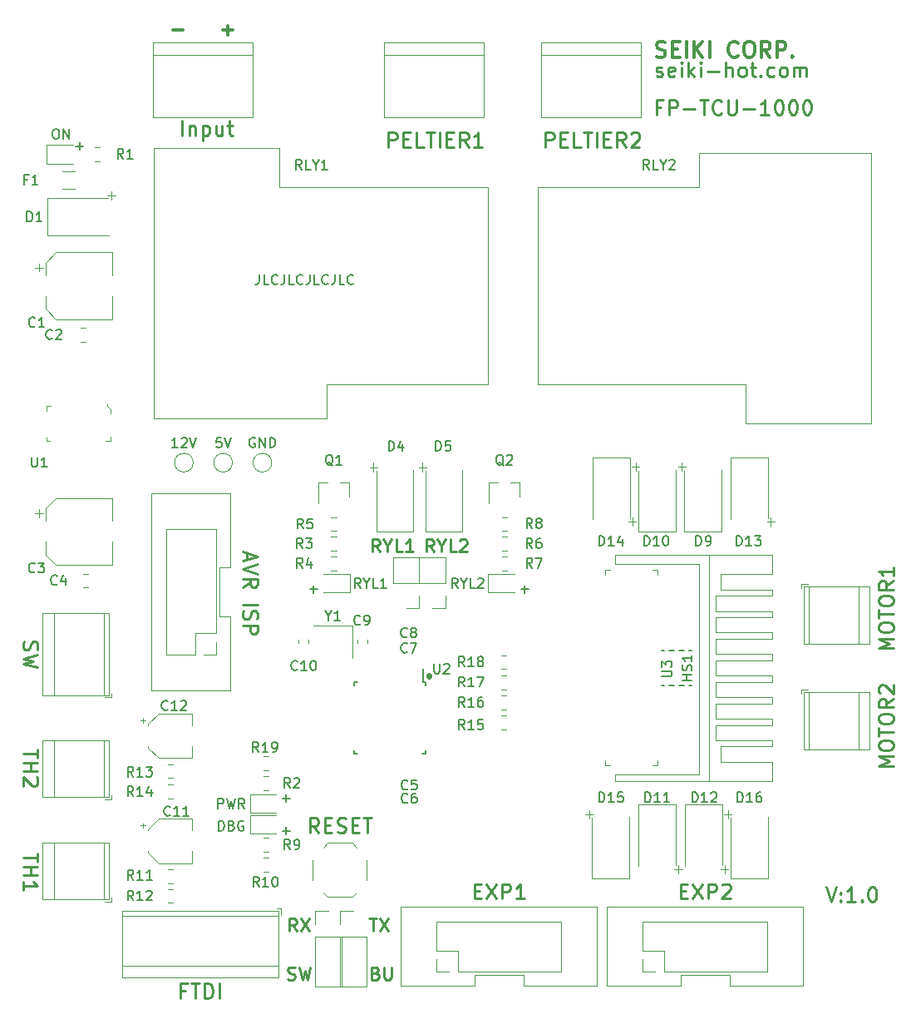
<source format=gbr>
%TF.GenerationSoftware,KiCad,Pcbnew,(5.1.6)-1*%
%TF.CreationDate,2022-04-27T14:58:12+09:00*%
%TF.ProjectId,FP-2500 ICHIMASA,46502d32-3530-4302-9049-4348494d4153,rev?*%
%TF.SameCoordinates,Original*%
%TF.FileFunction,Legend,Top*%
%TF.FilePolarity,Positive*%
%FSLAX46Y46*%
G04 Gerber Fmt 4.6, Leading zero omitted, Abs format (unit mm)*
G04 Created by KiCad (PCBNEW (5.1.6)-1) date 2022-04-27 14:58:12*
%MOMM*%
%LPD*%
G01*
G04 APERTURE LIST*
%ADD10C,0.150000*%
%ADD11C,0.200000*%
%ADD12C,0.250000*%
%ADD13C,0.300000*%
%ADD14C,0.120000*%
%ADD15C,0.100000*%
G04 APERTURE END LIST*
D10*
X28019047Y-102771428D02*
X28780952Y-102771428D01*
X28400000Y-103152380D02*
X28400000Y-102390476D01*
X73319047Y-147871428D02*
X74080952Y-147871428D01*
X73700000Y-148252380D02*
X73700000Y-147490476D01*
X51819047Y-147871428D02*
X52580952Y-147871428D01*
X52200000Y-148252380D02*
X52200000Y-147490476D01*
X49019047Y-169171428D02*
X49780952Y-169171428D01*
X49400000Y-169552380D02*
X49400000Y-168790476D01*
X49019047Y-172471428D02*
X49780952Y-172471428D01*
X49400000Y-172852380D02*
X49400000Y-172090476D01*
D11*
X66900000Y-147752380D02*
X66566666Y-147276190D01*
X66328571Y-147752380D02*
X66328571Y-146752380D01*
X66709523Y-146752380D01*
X66804761Y-146800000D01*
X66852380Y-146847619D01*
X66900000Y-146942857D01*
X66900000Y-147085714D01*
X66852380Y-147180952D01*
X66804761Y-147228571D01*
X66709523Y-147276190D01*
X66328571Y-147276190D01*
X67519047Y-147276190D02*
X67519047Y-147752380D01*
X67185714Y-146752380D02*
X67519047Y-147276190D01*
X67852380Y-146752380D01*
X68661904Y-147752380D02*
X68185714Y-147752380D01*
X68185714Y-146752380D01*
X68947619Y-146847619D02*
X68995238Y-146800000D01*
X69090476Y-146752380D01*
X69328571Y-146752380D01*
X69423809Y-146800000D01*
X69471428Y-146847619D01*
X69519047Y-146942857D01*
X69519047Y-147038095D01*
X69471428Y-147180952D01*
X68900000Y-147752380D01*
X69519047Y-147752380D01*
X57000000Y-147752380D02*
X56666666Y-147276190D01*
X56428571Y-147752380D02*
X56428571Y-146752380D01*
X56809523Y-146752380D01*
X56904761Y-146800000D01*
X56952380Y-146847619D01*
X57000000Y-146942857D01*
X57000000Y-147085714D01*
X56952380Y-147180952D01*
X56904761Y-147228571D01*
X56809523Y-147276190D01*
X56428571Y-147276190D01*
X57619047Y-147276190D02*
X57619047Y-147752380D01*
X57285714Y-146752380D02*
X57619047Y-147276190D01*
X57952380Y-146752380D01*
X58761904Y-147752380D02*
X58285714Y-147752380D01*
X58285714Y-146752380D01*
X59619047Y-147752380D02*
X59047619Y-147752380D01*
X59333333Y-147752380D02*
X59333333Y-146752380D01*
X59238095Y-146895238D01*
X59142857Y-146990476D01*
X59047619Y-147038095D01*
D10*
X46680952Y-115852380D02*
X46680952Y-116566666D01*
X46633333Y-116709523D01*
X46538095Y-116804761D01*
X46395238Y-116852380D01*
X46300000Y-116852380D01*
X47633333Y-116852380D02*
X47157142Y-116852380D01*
X47157142Y-115852380D01*
X48538095Y-116757142D02*
X48490476Y-116804761D01*
X48347619Y-116852380D01*
X48252380Y-116852380D01*
X48109523Y-116804761D01*
X48014285Y-116709523D01*
X47966666Y-116614285D01*
X47919047Y-116423809D01*
X47919047Y-116280952D01*
X47966666Y-116090476D01*
X48014285Y-115995238D01*
X48109523Y-115900000D01*
X48252380Y-115852380D01*
X48347619Y-115852380D01*
X48490476Y-115900000D01*
X48538095Y-115947619D01*
X49252380Y-115852380D02*
X49252380Y-116566666D01*
X49204761Y-116709523D01*
X49109523Y-116804761D01*
X48966666Y-116852380D01*
X48871428Y-116852380D01*
X50204761Y-116852380D02*
X49728571Y-116852380D01*
X49728571Y-115852380D01*
X51109523Y-116757142D02*
X51061904Y-116804761D01*
X50919047Y-116852380D01*
X50823809Y-116852380D01*
X50680952Y-116804761D01*
X50585714Y-116709523D01*
X50538095Y-116614285D01*
X50490476Y-116423809D01*
X50490476Y-116280952D01*
X50538095Y-116090476D01*
X50585714Y-115995238D01*
X50680952Y-115900000D01*
X50823809Y-115852380D01*
X50919047Y-115852380D01*
X51061904Y-115900000D01*
X51109523Y-115947619D01*
X51823809Y-115852380D02*
X51823809Y-116566666D01*
X51776190Y-116709523D01*
X51680952Y-116804761D01*
X51538095Y-116852380D01*
X51442857Y-116852380D01*
X52776190Y-116852380D02*
X52300000Y-116852380D01*
X52300000Y-115852380D01*
X53680952Y-116757142D02*
X53633333Y-116804761D01*
X53490476Y-116852380D01*
X53395238Y-116852380D01*
X53252380Y-116804761D01*
X53157142Y-116709523D01*
X53109523Y-116614285D01*
X53061904Y-116423809D01*
X53061904Y-116280952D01*
X53109523Y-116090476D01*
X53157142Y-115995238D01*
X53252380Y-115900000D01*
X53395238Y-115852380D01*
X53490476Y-115852380D01*
X53633333Y-115900000D01*
X53680952Y-115947619D01*
X54395238Y-115852380D02*
X54395238Y-116566666D01*
X54347619Y-116709523D01*
X54252380Y-116804761D01*
X54109523Y-116852380D01*
X54014285Y-116852380D01*
X55347619Y-116852380D02*
X54871428Y-116852380D01*
X54871428Y-115852380D01*
X56252380Y-116757142D02*
X56204761Y-116804761D01*
X56061904Y-116852380D01*
X55966666Y-116852380D01*
X55823809Y-116804761D01*
X55728571Y-116709523D01*
X55680952Y-116614285D01*
X55633333Y-116423809D01*
X55633333Y-116280952D01*
X55680952Y-116090476D01*
X55728571Y-115995238D01*
X55823809Y-115900000D01*
X55966666Y-115852380D01*
X56061904Y-115852380D01*
X56204761Y-115900000D01*
X56252380Y-115947619D01*
D11*
X38380952Y-133452380D02*
X37809523Y-133452380D01*
X38095238Y-133452380D02*
X38095238Y-132452380D01*
X38000000Y-132595238D01*
X37904761Y-132690476D01*
X37809523Y-132738095D01*
X38761904Y-132547619D02*
X38809523Y-132500000D01*
X38904761Y-132452380D01*
X39142857Y-132452380D01*
X39238095Y-132500000D01*
X39285714Y-132547619D01*
X39333333Y-132642857D01*
X39333333Y-132738095D01*
X39285714Y-132880952D01*
X38714285Y-133452380D01*
X39333333Y-133452380D01*
X39619047Y-132452380D02*
X39952380Y-133452380D01*
X40285714Y-132452380D01*
X42809523Y-132452380D02*
X42333333Y-132452380D01*
X42285714Y-132928571D01*
X42333333Y-132880952D01*
X42428571Y-132833333D01*
X42666666Y-132833333D01*
X42761904Y-132880952D01*
X42809523Y-132928571D01*
X42857142Y-133023809D01*
X42857142Y-133261904D01*
X42809523Y-133357142D01*
X42761904Y-133404761D01*
X42666666Y-133452380D01*
X42428571Y-133452380D01*
X42333333Y-133404761D01*
X42285714Y-133357142D01*
X43142857Y-132452380D02*
X43476190Y-133452380D01*
X43809523Y-132452380D01*
X46238095Y-132500000D02*
X46142857Y-132452380D01*
X46000000Y-132452380D01*
X45857142Y-132500000D01*
X45761904Y-132595238D01*
X45714285Y-132690476D01*
X45666666Y-132880952D01*
X45666666Y-133023809D01*
X45714285Y-133214285D01*
X45761904Y-133309523D01*
X45857142Y-133404761D01*
X46000000Y-133452380D01*
X46095238Y-133452380D01*
X46238095Y-133404761D01*
X46285714Y-133357142D01*
X46285714Y-133023809D01*
X46095238Y-133023809D01*
X46714285Y-133452380D02*
X46714285Y-132452380D01*
X47285714Y-133452380D01*
X47285714Y-132452380D01*
X47761904Y-133452380D02*
X47761904Y-132452380D01*
X48000000Y-132452380D01*
X48142857Y-132500000D01*
X48238095Y-132595238D01*
X48285714Y-132690476D01*
X48333333Y-132880952D01*
X48333333Y-133023809D01*
X48285714Y-133214285D01*
X48238095Y-133309523D01*
X48142857Y-133404761D01*
X48000000Y-133452380D01*
X47761904Y-133452380D01*
X25880952Y-101052380D02*
X26071428Y-101052380D01*
X26166666Y-101100000D01*
X26261904Y-101195238D01*
X26309523Y-101385714D01*
X26309523Y-101719047D01*
X26261904Y-101909523D01*
X26166666Y-102004761D01*
X26071428Y-102052380D01*
X25880952Y-102052380D01*
X25785714Y-102004761D01*
X25690476Y-101909523D01*
X25642857Y-101719047D01*
X25642857Y-101385714D01*
X25690476Y-101195238D01*
X25785714Y-101100000D01*
X25880952Y-101052380D01*
X26738095Y-102052380D02*
X26738095Y-101052380D01*
X27309523Y-102052380D01*
X27309523Y-101052380D01*
X42538095Y-172452380D02*
X42538095Y-171452380D01*
X42776190Y-171452380D01*
X42919047Y-171500000D01*
X43014285Y-171595238D01*
X43061904Y-171690476D01*
X43109523Y-171880952D01*
X43109523Y-172023809D01*
X43061904Y-172214285D01*
X43014285Y-172309523D01*
X42919047Y-172404761D01*
X42776190Y-172452380D01*
X42538095Y-172452380D01*
X43871428Y-171928571D02*
X44014285Y-171976190D01*
X44061904Y-172023809D01*
X44109523Y-172119047D01*
X44109523Y-172261904D01*
X44061904Y-172357142D01*
X44014285Y-172404761D01*
X43919047Y-172452380D01*
X43538095Y-172452380D01*
X43538095Y-171452380D01*
X43871428Y-171452380D01*
X43966666Y-171500000D01*
X44014285Y-171547619D01*
X44061904Y-171642857D01*
X44061904Y-171738095D01*
X44014285Y-171833333D01*
X43966666Y-171880952D01*
X43871428Y-171928571D01*
X43538095Y-171928571D01*
X45061904Y-171500000D02*
X44966666Y-171452380D01*
X44823809Y-171452380D01*
X44680952Y-171500000D01*
X44585714Y-171595238D01*
X44538095Y-171690476D01*
X44490476Y-171880952D01*
X44490476Y-172023809D01*
X44538095Y-172214285D01*
X44585714Y-172309523D01*
X44680952Y-172404761D01*
X44823809Y-172452380D01*
X44919047Y-172452380D01*
X45061904Y-172404761D01*
X45109523Y-172357142D01*
X45109523Y-172023809D01*
X44919047Y-172023809D01*
X42466666Y-170202380D02*
X42466666Y-169202380D01*
X42847619Y-169202380D01*
X42942857Y-169250000D01*
X42990476Y-169297619D01*
X43038095Y-169392857D01*
X43038095Y-169535714D01*
X42990476Y-169630952D01*
X42942857Y-169678571D01*
X42847619Y-169726190D01*
X42466666Y-169726190D01*
X43371428Y-169202380D02*
X43609523Y-170202380D01*
X43800000Y-169488095D01*
X43990476Y-170202380D01*
X44228571Y-169202380D01*
X45180952Y-170202380D02*
X44847619Y-169726190D01*
X44609523Y-170202380D02*
X44609523Y-169202380D01*
X44990476Y-169202380D01*
X45085714Y-169250000D01*
X45133333Y-169297619D01*
X45180952Y-169392857D01*
X45180952Y-169535714D01*
X45133333Y-169630952D01*
X45085714Y-169678571D01*
X44990476Y-169726190D01*
X44609523Y-169726190D01*
D12*
X49585714Y-187576190D02*
X49771428Y-187638095D01*
X50080952Y-187638095D01*
X50204761Y-187576190D01*
X50266666Y-187514285D01*
X50328571Y-187390476D01*
X50328571Y-187266666D01*
X50266666Y-187142857D01*
X50204761Y-187080952D01*
X50080952Y-187019047D01*
X49833333Y-186957142D01*
X49709523Y-186895238D01*
X49647619Y-186833333D01*
X49585714Y-186709523D01*
X49585714Y-186585714D01*
X49647619Y-186461904D01*
X49709523Y-186400000D01*
X49833333Y-186338095D01*
X50142857Y-186338095D01*
X50328571Y-186400000D01*
X50761904Y-186338095D02*
X51071428Y-187638095D01*
X51319047Y-186709523D01*
X51566666Y-187638095D01*
X51876190Y-186338095D01*
X58536904Y-186957142D02*
X58722619Y-187019047D01*
X58784523Y-187080952D01*
X58846428Y-187204761D01*
X58846428Y-187390476D01*
X58784523Y-187514285D01*
X58722619Y-187576190D01*
X58598809Y-187638095D01*
X58103571Y-187638095D01*
X58103571Y-186338095D01*
X58536904Y-186338095D01*
X58660714Y-186400000D01*
X58722619Y-186461904D01*
X58784523Y-186585714D01*
X58784523Y-186709523D01*
X58722619Y-186833333D01*
X58660714Y-186895238D01*
X58536904Y-186957142D01*
X58103571Y-186957142D01*
X59403571Y-186338095D02*
X59403571Y-187390476D01*
X59465476Y-187514285D01*
X59527380Y-187576190D01*
X59651190Y-187638095D01*
X59898809Y-187638095D01*
X60022619Y-187576190D01*
X60084523Y-187514285D01*
X60146428Y-187390476D01*
X60146428Y-186338095D01*
X104407142Y-178178571D02*
X104907142Y-179678571D01*
X105407142Y-178178571D01*
X105907142Y-179535714D02*
X105978571Y-179607142D01*
X105907142Y-179678571D01*
X105835714Y-179607142D01*
X105907142Y-179535714D01*
X105907142Y-179678571D01*
X105907142Y-178750000D02*
X105978571Y-178821428D01*
X105907142Y-178892857D01*
X105835714Y-178821428D01*
X105907142Y-178750000D01*
X105907142Y-178892857D01*
X107407142Y-179678571D02*
X106550000Y-179678571D01*
X106978571Y-179678571D02*
X106978571Y-178178571D01*
X106835714Y-178392857D01*
X106692857Y-178535714D01*
X106550000Y-178607142D01*
X108050000Y-179535714D02*
X108121428Y-179607142D01*
X108050000Y-179678571D01*
X107978571Y-179607142D01*
X108050000Y-179535714D01*
X108050000Y-179678571D01*
X109050000Y-178178571D02*
X109192857Y-178178571D01*
X109335714Y-178250000D01*
X109407142Y-178321428D01*
X109478571Y-178464285D01*
X109550000Y-178750000D01*
X109550000Y-179107142D01*
X109478571Y-179392857D01*
X109407142Y-179535714D01*
X109335714Y-179607142D01*
X109192857Y-179678571D01*
X109050000Y-179678571D01*
X108907142Y-179607142D01*
X108835714Y-179535714D01*
X108764285Y-179392857D01*
X108692857Y-179107142D01*
X108692857Y-178750000D01*
X108764285Y-178464285D01*
X108835714Y-178321428D01*
X108907142Y-178250000D01*
X109050000Y-178178571D01*
X87621428Y-98792857D02*
X87121428Y-98792857D01*
X87121428Y-99578571D02*
X87121428Y-98078571D01*
X87835714Y-98078571D01*
X88407142Y-99578571D02*
X88407142Y-98078571D01*
X88978571Y-98078571D01*
X89121428Y-98150000D01*
X89192857Y-98221428D01*
X89264285Y-98364285D01*
X89264285Y-98578571D01*
X89192857Y-98721428D01*
X89121428Y-98792857D01*
X88978571Y-98864285D01*
X88407142Y-98864285D01*
X89907142Y-99007142D02*
X91050000Y-99007142D01*
X91550000Y-98078571D02*
X92407142Y-98078571D01*
X91978571Y-99578571D02*
X91978571Y-98078571D01*
X93764285Y-99435714D02*
X93692857Y-99507142D01*
X93478571Y-99578571D01*
X93335714Y-99578571D01*
X93121428Y-99507142D01*
X92978571Y-99364285D01*
X92907142Y-99221428D01*
X92835714Y-98935714D01*
X92835714Y-98721428D01*
X92907142Y-98435714D01*
X92978571Y-98292857D01*
X93121428Y-98150000D01*
X93335714Y-98078571D01*
X93478571Y-98078571D01*
X93692857Y-98150000D01*
X93764285Y-98221428D01*
X94407142Y-98078571D02*
X94407142Y-99292857D01*
X94478571Y-99435714D01*
X94550000Y-99507142D01*
X94692857Y-99578571D01*
X94978571Y-99578571D01*
X95121428Y-99507142D01*
X95192857Y-99435714D01*
X95264285Y-99292857D01*
X95264285Y-98078571D01*
X95978571Y-99007142D02*
X97121428Y-99007142D01*
X98621428Y-99578571D02*
X97764285Y-99578571D01*
X98192857Y-99578571D02*
X98192857Y-98078571D01*
X98050000Y-98292857D01*
X97907142Y-98435714D01*
X97764285Y-98507142D01*
X99550000Y-98078571D02*
X99692857Y-98078571D01*
X99835714Y-98150000D01*
X99907142Y-98221428D01*
X99978571Y-98364285D01*
X100050000Y-98650000D01*
X100050000Y-99007142D01*
X99978571Y-99292857D01*
X99907142Y-99435714D01*
X99835714Y-99507142D01*
X99692857Y-99578571D01*
X99550000Y-99578571D01*
X99407142Y-99507142D01*
X99335714Y-99435714D01*
X99264285Y-99292857D01*
X99192857Y-99007142D01*
X99192857Y-98650000D01*
X99264285Y-98364285D01*
X99335714Y-98221428D01*
X99407142Y-98150000D01*
X99550000Y-98078571D01*
X100978571Y-98078571D02*
X101121428Y-98078571D01*
X101264285Y-98150000D01*
X101335714Y-98221428D01*
X101407142Y-98364285D01*
X101478571Y-98650000D01*
X101478571Y-99007142D01*
X101407142Y-99292857D01*
X101335714Y-99435714D01*
X101264285Y-99507142D01*
X101121428Y-99578571D01*
X100978571Y-99578571D01*
X100835714Y-99507142D01*
X100764285Y-99435714D01*
X100692857Y-99292857D01*
X100621428Y-99007142D01*
X100621428Y-98650000D01*
X100692857Y-98364285D01*
X100764285Y-98221428D01*
X100835714Y-98150000D01*
X100978571Y-98078571D01*
X102407142Y-98078571D02*
X102550000Y-98078571D01*
X102692857Y-98150000D01*
X102764285Y-98221428D01*
X102835714Y-98364285D01*
X102907142Y-98650000D01*
X102907142Y-99007142D01*
X102835714Y-99292857D01*
X102764285Y-99435714D01*
X102692857Y-99507142D01*
X102550000Y-99578571D01*
X102407142Y-99578571D01*
X102264285Y-99507142D01*
X102192857Y-99435714D01*
X102121428Y-99292857D01*
X102050000Y-99007142D01*
X102050000Y-98650000D01*
X102121428Y-98364285D01*
X102192857Y-98221428D01*
X102264285Y-98150000D01*
X102407142Y-98078571D01*
X57884523Y-181388095D02*
X58627380Y-181388095D01*
X58255952Y-182688095D02*
X58255952Y-181388095D01*
X58936904Y-181388095D02*
X59803571Y-182688095D01*
X59803571Y-181388095D02*
X58936904Y-182688095D01*
X50483333Y-182688095D02*
X50050000Y-182069047D01*
X49740476Y-182688095D02*
X49740476Y-181388095D01*
X50235714Y-181388095D01*
X50359523Y-181450000D01*
X50421428Y-181511904D01*
X50483333Y-181635714D01*
X50483333Y-181821428D01*
X50421428Y-181945238D01*
X50359523Y-182007142D01*
X50235714Y-182069047D01*
X49740476Y-182069047D01*
X50916666Y-181388095D02*
X51783333Y-182688095D01*
X51783333Y-181388095D02*
X50916666Y-182688095D01*
X64450000Y-144088095D02*
X64016666Y-143469047D01*
X63707142Y-144088095D02*
X63707142Y-142788095D01*
X64202380Y-142788095D01*
X64326190Y-142850000D01*
X64388095Y-142911904D01*
X64450000Y-143035714D01*
X64450000Y-143221428D01*
X64388095Y-143345238D01*
X64326190Y-143407142D01*
X64202380Y-143469047D01*
X63707142Y-143469047D01*
X65254761Y-143469047D02*
X65254761Y-144088095D01*
X64821428Y-142788095D02*
X65254761Y-143469047D01*
X65688095Y-142788095D01*
X66740476Y-144088095D02*
X66121428Y-144088095D01*
X66121428Y-142788095D01*
X67111904Y-142911904D02*
X67173809Y-142850000D01*
X67297619Y-142788095D01*
X67607142Y-142788095D01*
X67730952Y-142850000D01*
X67792857Y-142911904D01*
X67854761Y-143035714D01*
X67854761Y-143159523D01*
X67792857Y-143345238D01*
X67050000Y-144088095D01*
X67854761Y-144088095D01*
X58950000Y-144088095D02*
X58516666Y-143469047D01*
X58207142Y-144088095D02*
X58207142Y-142788095D01*
X58702380Y-142788095D01*
X58826190Y-142850000D01*
X58888095Y-142911904D01*
X58950000Y-143035714D01*
X58950000Y-143221428D01*
X58888095Y-143345238D01*
X58826190Y-143407142D01*
X58702380Y-143469047D01*
X58207142Y-143469047D01*
X59754761Y-143469047D02*
X59754761Y-144088095D01*
X59321428Y-142788095D02*
X59754761Y-143469047D01*
X60188095Y-142788095D01*
X61240476Y-144088095D02*
X60621428Y-144088095D01*
X60621428Y-142788095D01*
X62354761Y-144088095D02*
X61611904Y-144088095D01*
X61983333Y-144088095D02*
X61983333Y-142788095D01*
X61859523Y-142973809D01*
X61735714Y-143097619D01*
X61611904Y-143159523D01*
X24121428Y-174771428D02*
X24121428Y-175628571D01*
X22621428Y-175200000D02*
X24121428Y-175200000D01*
X22621428Y-176128571D02*
X24121428Y-176128571D01*
X23407142Y-176128571D02*
X23407142Y-176985714D01*
X22621428Y-176985714D02*
X24121428Y-176985714D01*
X22621428Y-178485714D02*
X22621428Y-177628571D01*
X22621428Y-178057142D02*
X24121428Y-178057142D01*
X23907142Y-177914285D01*
X23764285Y-177771428D01*
X23692857Y-177628571D01*
X24121428Y-164171428D02*
X24121428Y-165028571D01*
X22621428Y-164600000D02*
X24121428Y-164600000D01*
X22621428Y-165528571D02*
X24121428Y-165528571D01*
X23407142Y-165528571D02*
X23407142Y-166385714D01*
X22621428Y-166385714D02*
X24121428Y-166385714D01*
X23978571Y-167028571D02*
X24050000Y-167100000D01*
X24121428Y-167242857D01*
X24121428Y-167600000D01*
X24050000Y-167742857D01*
X23978571Y-167814285D01*
X23835714Y-167885714D01*
X23692857Y-167885714D01*
X23478571Y-167814285D01*
X22621428Y-166957142D01*
X22621428Y-167885714D01*
X22692857Y-153214285D02*
X22621428Y-153428571D01*
X22621428Y-153785714D01*
X22692857Y-153928571D01*
X22764285Y-154000000D01*
X22907142Y-154071428D01*
X23050000Y-154071428D01*
X23192857Y-154000000D01*
X23264285Y-153928571D01*
X23335714Y-153785714D01*
X23407142Y-153500000D01*
X23478571Y-153357142D01*
X23550000Y-153285714D01*
X23692857Y-153214285D01*
X23835714Y-153214285D01*
X23978571Y-153285714D01*
X24050000Y-153357142D01*
X24121428Y-153500000D01*
X24121428Y-153857142D01*
X24050000Y-154071428D01*
X24121428Y-154571428D02*
X22621428Y-154928571D01*
X23692857Y-155214285D01*
X22621428Y-155500000D01*
X24121428Y-155857142D01*
X45450000Y-144157142D02*
X45450000Y-144871428D01*
X45021428Y-144014285D02*
X46521428Y-144514285D01*
X45021428Y-145014285D01*
X46521428Y-145300000D02*
X45021428Y-145800000D01*
X46521428Y-146300000D01*
X45021428Y-147657142D02*
X45735714Y-147157142D01*
X45021428Y-146800000D02*
X46521428Y-146800000D01*
X46521428Y-147371428D01*
X46450000Y-147514285D01*
X46378571Y-147585714D01*
X46235714Y-147657142D01*
X46021428Y-147657142D01*
X45878571Y-147585714D01*
X45807142Y-147514285D01*
X45735714Y-147371428D01*
X45735714Y-146800000D01*
X45021428Y-149442857D02*
X46521428Y-149442857D01*
X45092857Y-150085714D02*
X45021428Y-150300000D01*
X45021428Y-150657142D01*
X45092857Y-150800000D01*
X45164285Y-150871428D01*
X45307142Y-150942857D01*
X45450000Y-150942857D01*
X45592857Y-150871428D01*
X45664285Y-150800000D01*
X45735714Y-150657142D01*
X45807142Y-150371428D01*
X45878571Y-150228571D01*
X45950000Y-150157142D01*
X46092857Y-150085714D01*
X46235714Y-150085714D01*
X46378571Y-150157142D01*
X46450000Y-150228571D01*
X46521428Y-150371428D01*
X46521428Y-150728571D01*
X46450000Y-150942857D01*
X45021428Y-151585714D02*
X46521428Y-151585714D01*
X46521428Y-152157142D01*
X46450000Y-152300000D01*
X46378571Y-152371428D01*
X46235714Y-152442857D01*
X46021428Y-152442857D01*
X45878571Y-152371428D01*
X45807142Y-152300000D01*
X45735714Y-152157142D01*
X45735714Y-151585714D01*
X52721428Y-172678571D02*
X52221428Y-171964285D01*
X51864285Y-172678571D02*
X51864285Y-171178571D01*
X52435714Y-171178571D01*
X52578571Y-171250000D01*
X52650000Y-171321428D01*
X52721428Y-171464285D01*
X52721428Y-171678571D01*
X52650000Y-171821428D01*
X52578571Y-171892857D01*
X52435714Y-171964285D01*
X51864285Y-171964285D01*
X53364285Y-171892857D02*
X53864285Y-171892857D01*
X54078571Y-172678571D02*
X53364285Y-172678571D01*
X53364285Y-171178571D01*
X54078571Y-171178571D01*
X54650000Y-172607142D02*
X54864285Y-172678571D01*
X55221428Y-172678571D01*
X55364285Y-172607142D01*
X55435714Y-172535714D01*
X55507142Y-172392857D01*
X55507142Y-172250000D01*
X55435714Y-172107142D01*
X55364285Y-172035714D01*
X55221428Y-171964285D01*
X54935714Y-171892857D01*
X54792857Y-171821428D01*
X54721428Y-171750000D01*
X54650000Y-171607142D01*
X54650000Y-171464285D01*
X54721428Y-171321428D01*
X54792857Y-171250000D01*
X54935714Y-171178571D01*
X55292857Y-171178571D01*
X55507142Y-171250000D01*
X56150000Y-171892857D02*
X56650000Y-171892857D01*
X56864285Y-172678571D02*
X56150000Y-172678571D01*
X56150000Y-171178571D01*
X56864285Y-171178571D01*
X57292857Y-171178571D02*
X58150000Y-171178571D01*
X57721428Y-172678571D02*
X57721428Y-171178571D01*
X39185714Y-188742857D02*
X38685714Y-188742857D01*
X38685714Y-189528571D02*
X38685714Y-188028571D01*
X39400000Y-188028571D01*
X39757142Y-188028571D02*
X40614285Y-188028571D01*
X40185714Y-189528571D02*
X40185714Y-188028571D01*
X41114285Y-189528571D02*
X41114285Y-188028571D01*
X41471428Y-188028571D01*
X41685714Y-188100000D01*
X41828571Y-188242857D01*
X41900000Y-188385714D01*
X41971428Y-188671428D01*
X41971428Y-188885714D01*
X41900000Y-189171428D01*
X41828571Y-189314285D01*
X41685714Y-189457142D01*
X41471428Y-189528571D01*
X41114285Y-189528571D01*
X42614285Y-189528571D02*
X42614285Y-188028571D01*
X89600000Y-178592857D02*
X90100000Y-178592857D01*
X90314285Y-179378571D02*
X89600000Y-179378571D01*
X89600000Y-177878571D01*
X90314285Y-177878571D01*
X90814285Y-177878571D02*
X91814285Y-179378571D01*
X91814285Y-177878571D02*
X90814285Y-179378571D01*
X92385714Y-179378571D02*
X92385714Y-177878571D01*
X92957142Y-177878571D01*
X93100000Y-177950000D01*
X93171428Y-178021428D01*
X93242857Y-178164285D01*
X93242857Y-178378571D01*
X93171428Y-178521428D01*
X93100000Y-178592857D01*
X92957142Y-178664285D01*
X92385714Y-178664285D01*
X93814285Y-178021428D02*
X93885714Y-177950000D01*
X94028571Y-177878571D01*
X94385714Y-177878571D01*
X94528571Y-177950000D01*
X94600000Y-178021428D01*
X94671428Y-178164285D01*
X94671428Y-178307142D01*
X94600000Y-178521428D01*
X93742857Y-179378571D01*
X94671428Y-179378571D01*
X68600000Y-178592857D02*
X69100000Y-178592857D01*
X69314285Y-179378571D02*
X68600000Y-179378571D01*
X68600000Y-177878571D01*
X69314285Y-177878571D01*
X69814285Y-177878571D02*
X70814285Y-179378571D01*
X70814285Y-177878571D02*
X69814285Y-179378571D01*
X71385714Y-179378571D02*
X71385714Y-177878571D01*
X71957142Y-177878571D01*
X72100000Y-177950000D01*
X72171428Y-178021428D01*
X72242857Y-178164285D01*
X72242857Y-178378571D01*
X72171428Y-178521428D01*
X72100000Y-178592857D01*
X71957142Y-178664285D01*
X71385714Y-178664285D01*
X73671428Y-179378571D02*
X72814285Y-179378571D01*
X73242857Y-179378571D02*
X73242857Y-177878571D01*
X73100000Y-178092857D01*
X72957142Y-178235714D01*
X72814285Y-178307142D01*
X111278571Y-165907142D02*
X109778571Y-165907142D01*
X110850000Y-165407142D01*
X109778571Y-164907142D01*
X111278571Y-164907142D01*
X109778571Y-163907142D02*
X109778571Y-163621428D01*
X109850000Y-163478571D01*
X109992857Y-163335714D01*
X110278571Y-163264285D01*
X110778571Y-163264285D01*
X111064285Y-163335714D01*
X111207142Y-163478571D01*
X111278571Y-163621428D01*
X111278571Y-163907142D01*
X111207142Y-164050000D01*
X111064285Y-164192857D01*
X110778571Y-164264285D01*
X110278571Y-164264285D01*
X109992857Y-164192857D01*
X109850000Y-164050000D01*
X109778571Y-163907142D01*
X109778571Y-162835714D02*
X109778571Y-161978571D01*
X111278571Y-162407142D02*
X109778571Y-162407142D01*
X109778571Y-161192857D02*
X109778571Y-160907142D01*
X109850000Y-160764285D01*
X109992857Y-160621428D01*
X110278571Y-160550000D01*
X110778571Y-160550000D01*
X111064285Y-160621428D01*
X111207142Y-160764285D01*
X111278571Y-160907142D01*
X111278571Y-161192857D01*
X111207142Y-161335714D01*
X111064285Y-161478571D01*
X110778571Y-161550000D01*
X110278571Y-161550000D01*
X109992857Y-161478571D01*
X109850000Y-161335714D01*
X109778571Y-161192857D01*
X111278571Y-159050000D02*
X110564285Y-159550000D01*
X111278571Y-159907142D02*
X109778571Y-159907142D01*
X109778571Y-159335714D01*
X109850000Y-159192857D01*
X109921428Y-159121428D01*
X110064285Y-159050000D01*
X110278571Y-159050000D01*
X110421428Y-159121428D01*
X110492857Y-159192857D01*
X110564285Y-159335714D01*
X110564285Y-159907142D01*
X109921428Y-158478571D02*
X109850000Y-158407142D01*
X109778571Y-158264285D01*
X109778571Y-157907142D01*
X109850000Y-157764285D01*
X109921428Y-157692857D01*
X110064285Y-157621428D01*
X110207142Y-157621428D01*
X110421428Y-157692857D01*
X111278571Y-158550000D01*
X111278571Y-157621428D01*
X111278571Y-153907142D02*
X109778571Y-153907142D01*
X110850000Y-153407142D01*
X109778571Y-152907142D01*
X111278571Y-152907142D01*
X109778571Y-151907142D02*
X109778571Y-151621428D01*
X109850000Y-151478571D01*
X109992857Y-151335714D01*
X110278571Y-151264285D01*
X110778571Y-151264285D01*
X111064285Y-151335714D01*
X111207142Y-151478571D01*
X111278571Y-151621428D01*
X111278571Y-151907142D01*
X111207142Y-152050000D01*
X111064285Y-152192857D01*
X110778571Y-152264285D01*
X110278571Y-152264285D01*
X109992857Y-152192857D01*
X109850000Y-152050000D01*
X109778571Y-151907142D01*
X109778571Y-150835714D02*
X109778571Y-149978571D01*
X111278571Y-150407142D02*
X109778571Y-150407142D01*
X109778571Y-149192857D02*
X109778571Y-148907142D01*
X109850000Y-148764285D01*
X109992857Y-148621428D01*
X110278571Y-148550000D01*
X110778571Y-148550000D01*
X111064285Y-148621428D01*
X111207142Y-148764285D01*
X111278571Y-148907142D01*
X111278571Y-149192857D01*
X111207142Y-149335714D01*
X111064285Y-149478571D01*
X110778571Y-149550000D01*
X110278571Y-149550000D01*
X109992857Y-149478571D01*
X109850000Y-149335714D01*
X109778571Y-149192857D01*
X111278571Y-147050000D02*
X110564285Y-147550000D01*
X111278571Y-147907142D02*
X109778571Y-147907142D01*
X109778571Y-147335714D01*
X109850000Y-147192857D01*
X109921428Y-147121428D01*
X110064285Y-147050000D01*
X110278571Y-147050000D01*
X110421428Y-147121428D01*
X110492857Y-147192857D01*
X110564285Y-147335714D01*
X110564285Y-147907142D01*
X111278571Y-145621428D02*
X111278571Y-146478571D01*
X111278571Y-146050000D02*
X109778571Y-146050000D01*
X109992857Y-146192857D01*
X110135714Y-146335714D01*
X110207142Y-146478571D01*
X75850000Y-102878571D02*
X75850000Y-101378571D01*
X76421428Y-101378571D01*
X76564285Y-101450000D01*
X76635714Y-101521428D01*
X76707142Y-101664285D01*
X76707142Y-101878571D01*
X76635714Y-102021428D01*
X76564285Y-102092857D01*
X76421428Y-102164285D01*
X75850000Y-102164285D01*
X77350000Y-102092857D02*
X77850000Y-102092857D01*
X78064285Y-102878571D02*
X77350000Y-102878571D01*
X77350000Y-101378571D01*
X78064285Y-101378571D01*
X79421428Y-102878571D02*
X78707142Y-102878571D01*
X78707142Y-101378571D01*
X79707142Y-101378571D02*
X80564285Y-101378571D01*
X80135714Y-102878571D02*
X80135714Y-101378571D01*
X81064285Y-102878571D02*
X81064285Y-101378571D01*
X81778571Y-102092857D02*
X82278571Y-102092857D01*
X82492857Y-102878571D02*
X81778571Y-102878571D01*
X81778571Y-101378571D01*
X82492857Y-101378571D01*
X83992857Y-102878571D02*
X83492857Y-102164285D01*
X83135714Y-102878571D02*
X83135714Y-101378571D01*
X83707142Y-101378571D01*
X83850000Y-101450000D01*
X83921428Y-101521428D01*
X83992857Y-101664285D01*
X83992857Y-101878571D01*
X83921428Y-102021428D01*
X83850000Y-102092857D01*
X83707142Y-102164285D01*
X83135714Y-102164285D01*
X84564285Y-101521428D02*
X84635714Y-101450000D01*
X84778571Y-101378571D01*
X85135714Y-101378571D01*
X85278571Y-101450000D01*
X85350000Y-101521428D01*
X85421428Y-101664285D01*
X85421428Y-101807142D01*
X85350000Y-102021428D01*
X84492857Y-102878571D01*
X85421428Y-102878571D01*
X59850000Y-102878571D02*
X59850000Y-101378571D01*
X60421428Y-101378571D01*
X60564285Y-101450000D01*
X60635714Y-101521428D01*
X60707142Y-101664285D01*
X60707142Y-101878571D01*
X60635714Y-102021428D01*
X60564285Y-102092857D01*
X60421428Y-102164285D01*
X59850000Y-102164285D01*
X61350000Y-102092857D02*
X61850000Y-102092857D01*
X62064285Y-102878571D02*
X61350000Y-102878571D01*
X61350000Y-101378571D01*
X62064285Y-101378571D01*
X63421428Y-102878571D02*
X62707142Y-102878571D01*
X62707142Y-101378571D01*
X63707142Y-101378571D02*
X64564285Y-101378571D01*
X64135714Y-102878571D02*
X64135714Y-101378571D01*
X65064285Y-102878571D02*
X65064285Y-101378571D01*
X65778571Y-102092857D02*
X66278571Y-102092857D01*
X66492857Y-102878571D02*
X65778571Y-102878571D01*
X65778571Y-101378571D01*
X66492857Y-101378571D01*
X67992857Y-102878571D02*
X67492857Y-102164285D01*
X67135714Y-102878571D02*
X67135714Y-101378571D01*
X67707142Y-101378571D01*
X67850000Y-101450000D01*
X67921428Y-101521428D01*
X67992857Y-101664285D01*
X67992857Y-101878571D01*
X67921428Y-102021428D01*
X67850000Y-102092857D01*
X67707142Y-102164285D01*
X67135714Y-102164285D01*
X69421428Y-102878571D02*
X68564285Y-102878571D01*
X68992857Y-102878571D02*
X68992857Y-101378571D01*
X68850000Y-101592857D01*
X68707142Y-101735714D01*
X68564285Y-101807142D01*
X38835714Y-101678571D02*
X38835714Y-100178571D01*
X39550000Y-100678571D02*
X39550000Y-101678571D01*
X39550000Y-100821428D02*
X39621428Y-100750000D01*
X39764285Y-100678571D01*
X39978571Y-100678571D01*
X40121428Y-100750000D01*
X40192857Y-100892857D01*
X40192857Y-101678571D01*
X40907142Y-100678571D02*
X40907142Y-102178571D01*
X40907142Y-100750000D02*
X41050000Y-100678571D01*
X41335714Y-100678571D01*
X41478571Y-100750000D01*
X41550000Y-100821428D01*
X41621428Y-100964285D01*
X41621428Y-101392857D01*
X41550000Y-101535714D01*
X41478571Y-101607142D01*
X41335714Y-101678571D01*
X41050000Y-101678571D01*
X40907142Y-101607142D01*
X42907142Y-100678571D02*
X42907142Y-101678571D01*
X42264285Y-100678571D02*
X42264285Y-101464285D01*
X42335714Y-101607142D01*
X42478571Y-101678571D01*
X42692857Y-101678571D01*
X42835714Y-101607142D01*
X42907142Y-101535714D01*
X43407142Y-100678571D02*
X43978571Y-100678571D01*
X43621428Y-100178571D02*
X43621428Y-101464285D01*
X43692857Y-101607142D01*
X43835714Y-101678571D01*
X43978571Y-101678571D01*
D13*
X37904761Y-90992857D02*
X38895238Y-90992857D01*
X43004761Y-90992857D02*
X43995238Y-90992857D01*
X43500000Y-91488095D02*
X43500000Y-90497619D01*
D12*
X87121428Y-95657142D02*
X87264285Y-95728571D01*
X87550000Y-95728571D01*
X87692857Y-95657142D01*
X87764285Y-95514285D01*
X87764285Y-95442857D01*
X87692857Y-95300000D01*
X87550000Y-95228571D01*
X87335714Y-95228571D01*
X87192857Y-95157142D01*
X87121428Y-95014285D01*
X87121428Y-94942857D01*
X87192857Y-94800000D01*
X87335714Y-94728571D01*
X87550000Y-94728571D01*
X87692857Y-94800000D01*
X88978571Y-95657142D02*
X88835714Y-95728571D01*
X88550000Y-95728571D01*
X88407142Y-95657142D01*
X88335714Y-95514285D01*
X88335714Y-94942857D01*
X88407142Y-94800000D01*
X88550000Y-94728571D01*
X88835714Y-94728571D01*
X88978571Y-94800000D01*
X89050000Y-94942857D01*
X89050000Y-95085714D01*
X88335714Y-95228571D01*
X89692857Y-95728571D02*
X89692857Y-94728571D01*
X89692857Y-94228571D02*
X89621428Y-94300000D01*
X89692857Y-94371428D01*
X89764285Y-94300000D01*
X89692857Y-94228571D01*
X89692857Y-94371428D01*
X90407142Y-95728571D02*
X90407142Y-94228571D01*
X90550000Y-95157142D02*
X90978571Y-95728571D01*
X90978571Y-94728571D02*
X90407142Y-95300000D01*
X91621428Y-95728571D02*
X91621428Y-94728571D01*
X91621428Y-94228571D02*
X91550000Y-94300000D01*
X91621428Y-94371428D01*
X91692857Y-94300000D01*
X91621428Y-94228571D01*
X91621428Y-94371428D01*
X92335714Y-95157142D02*
X93478571Y-95157142D01*
X94192857Y-95728571D02*
X94192857Y-94228571D01*
X94835714Y-95728571D02*
X94835714Y-94942857D01*
X94764285Y-94800000D01*
X94621428Y-94728571D01*
X94407142Y-94728571D01*
X94264285Y-94800000D01*
X94192857Y-94871428D01*
X95764285Y-95728571D02*
X95621428Y-95657142D01*
X95550000Y-95585714D01*
X95478571Y-95442857D01*
X95478571Y-95014285D01*
X95550000Y-94871428D01*
X95621428Y-94800000D01*
X95764285Y-94728571D01*
X95978571Y-94728571D01*
X96121428Y-94800000D01*
X96192857Y-94871428D01*
X96264285Y-95014285D01*
X96264285Y-95442857D01*
X96192857Y-95585714D01*
X96121428Y-95657142D01*
X95978571Y-95728571D01*
X95764285Y-95728571D01*
X96692857Y-94728571D02*
X97264285Y-94728571D01*
X96907142Y-94228571D02*
X96907142Y-95514285D01*
X96978571Y-95657142D01*
X97121428Y-95728571D01*
X97264285Y-95728571D01*
X97764285Y-95585714D02*
X97835714Y-95657142D01*
X97764285Y-95728571D01*
X97692857Y-95657142D01*
X97764285Y-95585714D01*
X97764285Y-95728571D01*
X99121428Y-95657142D02*
X98978571Y-95728571D01*
X98692857Y-95728571D01*
X98550000Y-95657142D01*
X98478571Y-95585714D01*
X98407142Y-95442857D01*
X98407142Y-95014285D01*
X98478571Y-94871428D01*
X98550000Y-94800000D01*
X98692857Y-94728571D01*
X98978571Y-94728571D01*
X99121428Y-94800000D01*
X99978571Y-95728571D02*
X99835714Y-95657142D01*
X99764285Y-95585714D01*
X99692857Y-95442857D01*
X99692857Y-95014285D01*
X99764285Y-94871428D01*
X99835714Y-94800000D01*
X99978571Y-94728571D01*
X100192857Y-94728571D01*
X100335714Y-94800000D01*
X100407142Y-94871428D01*
X100478571Y-95014285D01*
X100478571Y-95442857D01*
X100407142Y-95585714D01*
X100335714Y-95657142D01*
X100192857Y-95728571D01*
X99978571Y-95728571D01*
X101121428Y-95728571D02*
X101121428Y-94728571D01*
X101121428Y-94871428D02*
X101192857Y-94800000D01*
X101335714Y-94728571D01*
X101550000Y-94728571D01*
X101692857Y-94800000D01*
X101764285Y-94942857D01*
X101764285Y-95728571D01*
X101764285Y-94942857D02*
X101835714Y-94800000D01*
X101978571Y-94728571D01*
X102192857Y-94728571D01*
X102335714Y-94800000D01*
X102407142Y-94942857D01*
X102407142Y-95728571D01*
D13*
X87128571Y-93647619D02*
X87357142Y-93723809D01*
X87738095Y-93723809D01*
X87890476Y-93647619D01*
X87966666Y-93571428D01*
X88042857Y-93419047D01*
X88042857Y-93266666D01*
X87966666Y-93114285D01*
X87890476Y-93038095D01*
X87738095Y-92961904D01*
X87433333Y-92885714D01*
X87280952Y-92809523D01*
X87204761Y-92733333D01*
X87128571Y-92580952D01*
X87128571Y-92428571D01*
X87204761Y-92276190D01*
X87280952Y-92200000D01*
X87433333Y-92123809D01*
X87814285Y-92123809D01*
X88042857Y-92200000D01*
X88728571Y-92885714D02*
X89261904Y-92885714D01*
X89490476Y-93723809D02*
X88728571Y-93723809D01*
X88728571Y-92123809D01*
X89490476Y-92123809D01*
X90176190Y-93723809D02*
X90176190Y-92123809D01*
X90938095Y-93723809D02*
X90938095Y-92123809D01*
X91852380Y-93723809D02*
X91166666Y-92809523D01*
X91852380Y-92123809D02*
X90938095Y-93038095D01*
X92538095Y-93723809D02*
X92538095Y-92123809D01*
X95433333Y-93571428D02*
X95357142Y-93647619D01*
X95128571Y-93723809D01*
X94976190Y-93723809D01*
X94747619Y-93647619D01*
X94595238Y-93495238D01*
X94519047Y-93342857D01*
X94442857Y-93038095D01*
X94442857Y-92809523D01*
X94519047Y-92504761D01*
X94595238Y-92352380D01*
X94747619Y-92200000D01*
X94976190Y-92123809D01*
X95128571Y-92123809D01*
X95357142Y-92200000D01*
X95433333Y-92276190D01*
X96423809Y-92123809D02*
X96728571Y-92123809D01*
X96880952Y-92200000D01*
X97033333Y-92352380D01*
X97109523Y-92657142D01*
X97109523Y-93190476D01*
X97033333Y-93495238D01*
X96880952Y-93647619D01*
X96728571Y-93723809D01*
X96423809Y-93723809D01*
X96271428Y-93647619D01*
X96119047Y-93495238D01*
X96042857Y-93190476D01*
X96042857Y-92657142D01*
X96119047Y-92352380D01*
X96271428Y-92200000D01*
X96423809Y-92123809D01*
X98709523Y-93723809D02*
X98176190Y-92961904D01*
X97795238Y-93723809D02*
X97795238Y-92123809D01*
X98404761Y-92123809D01*
X98557142Y-92200000D01*
X98633333Y-92276190D01*
X98709523Y-92428571D01*
X98709523Y-92657142D01*
X98633333Y-92809523D01*
X98557142Y-92885714D01*
X98404761Y-92961904D01*
X97795238Y-92961904D01*
X99395238Y-93723809D02*
X99395238Y-92123809D01*
X100004761Y-92123809D01*
X100157142Y-92200000D01*
X100233333Y-92276190D01*
X100309523Y-92428571D01*
X100309523Y-92657142D01*
X100233333Y-92809523D01*
X100157142Y-92885714D01*
X100004761Y-92961904D01*
X99395238Y-92961904D01*
X100995238Y-93571428D02*
X101071428Y-93647619D01*
X100995238Y-93723809D01*
X100919047Y-93647619D01*
X100995238Y-93571428D01*
X100995238Y-93723809D01*
D11*
X64250000Y-156750000D02*
G75*
G03*
X64250000Y-156750000I-250000J0D01*
G01*
D13*
X64100000Y-156750000D02*
G75*
G03*
X64100000Y-156750000I-100000J0D01*
G01*
D10*
%TO.C,HS1*%
X90450000Y-157650000D02*
X90700000Y-157650000D01*
X90450000Y-154150000D02*
X90700000Y-154150000D01*
X87950000Y-154150000D02*
X87700000Y-154150000D01*
X87950000Y-157650000D02*
X87700000Y-157650000D01*
X88950000Y-157650000D02*
X88450000Y-157650000D01*
X89950000Y-157650000D02*
X89450000Y-157650000D01*
X88950000Y-154150000D02*
X88450000Y-154150000D01*
X89950000Y-154150000D02*
X89450000Y-154150000D01*
D14*
X92500000Y-144400000D02*
X92500000Y-166100000D01*
X92500000Y-167400000D02*
X98900000Y-167400000D01*
X98900000Y-167400000D02*
X98900000Y-165500000D01*
X98900000Y-165500000D02*
X93700000Y-165500000D01*
X93700000Y-165500000D02*
X93700000Y-163900000D01*
X93700000Y-163900000D02*
X98900000Y-163900000D01*
X98900000Y-163900000D02*
X98900000Y-163300000D01*
X98900000Y-163300000D02*
X93700000Y-163300000D01*
X93700000Y-163300000D02*
X93200000Y-163300000D01*
X98900000Y-163300000D02*
X93600000Y-163300000D01*
X93200000Y-163300000D02*
X93200000Y-161700000D01*
X93200000Y-161700000D02*
X98900000Y-161700000D01*
X98900000Y-161700000D02*
X98900000Y-161100000D01*
X98900000Y-161100000D02*
X93200000Y-161100000D01*
X93200000Y-161100000D02*
X93200000Y-159500000D01*
X93200000Y-159500000D02*
X98900000Y-159500000D01*
X98900000Y-159500000D02*
X98900000Y-158900000D01*
X98900000Y-158900000D02*
X93200000Y-158900000D01*
X93200000Y-158900000D02*
X93200000Y-157300000D01*
X93200000Y-157300000D02*
X98900000Y-157300000D01*
X98900000Y-157300000D02*
X98900000Y-156700000D01*
X98900000Y-156700000D02*
X93200000Y-156700000D01*
X93200000Y-156700000D02*
X93200000Y-155100000D01*
X93200000Y-155100000D02*
X98900000Y-155100000D01*
X98900000Y-154500000D02*
X93200000Y-154500000D01*
X98900000Y-155100000D02*
X98900000Y-154500000D01*
X93200000Y-154500000D02*
X93200000Y-152900000D01*
X93200000Y-152900000D02*
X98900000Y-152900000D01*
X98900000Y-152900000D02*
X98900000Y-152300000D01*
X98900000Y-152300000D02*
X93200000Y-152300000D01*
X93200000Y-152300000D02*
X93200000Y-150700000D01*
X93200000Y-150700000D02*
X98900000Y-150700000D01*
X98900000Y-150700000D02*
X98900000Y-150100000D01*
X98900000Y-150100000D02*
X93200000Y-150100000D01*
X93200000Y-148500000D02*
X98900000Y-148500000D01*
X98900000Y-148500000D02*
X98900000Y-147900000D01*
X93200000Y-150100000D02*
X93200000Y-148500000D01*
X98900000Y-147900000D02*
X93700000Y-147900000D01*
X98900000Y-144400000D02*
X92500000Y-144400000D01*
X98900000Y-146300000D02*
X98900000Y-144400000D01*
X93700000Y-147900000D02*
X93700000Y-146300000D01*
X93700000Y-146300000D02*
X98900000Y-146300000D01*
X92500000Y-144400000D02*
X87900000Y-144400000D01*
X87900000Y-167400000D02*
X92500000Y-167400000D01*
X92500000Y-167400000D02*
X92500000Y-166000000D01*
X91500000Y-145300000D02*
X91500000Y-166700000D01*
X91500000Y-166700000D02*
X82900000Y-166700000D01*
X82900000Y-166700000D02*
X82900000Y-167400000D01*
X82900000Y-167400000D02*
X88100000Y-167400000D01*
X91400000Y-145300000D02*
X82900000Y-145300000D01*
X82900000Y-145300000D02*
X82900000Y-144400000D01*
X82900000Y-144400000D02*
X87900000Y-144400000D01*
%TO.C,J1*%
X66900000Y-184650000D02*
X64700000Y-184650000D01*
X66900000Y-186750000D02*
X66900000Y-184650000D01*
X64700000Y-186800000D02*
X64700000Y-185550000D01*
X66000000Y-186800000D02*
X64700000Y-186800000D01*
X77450000Y-186800000D02*
X68600000Y-186800000D01*
X77450000Y-181700000D02*
X77450000Y-186800000D01*
X64700000Y-181700000D02*
X77450000Y-181700000D01*
X64700000Y-184650000D02*
X64700000Y-181700000D01*
X68600000Y-186800000D02*
X66900000Y-186800000D01*
X61100000Y-188200000D02*
X68600000Y-188200000D01*
X68600000Y-188200000D02*
X68600000Y-187100000D01*
X68600000Y-187100000D02*
X73600000Y-187100000D01*
X73600000Y-187100000D02*
X73600000Y-188200000D01*
X73600000Y-188200000D02*
X81100000Y-188200000D01*
X81100000Y-188200000D02*
X81100000Y-180200000D01*
X81100000Y-180200000D02*
X61100000Y-180200000D01*
X61100000Y-180200000D02*
X61100000Y-188200000D01*
%TO.C,J2*%
X87900000Y-184650000D02*
X85700000Y-184650000D01*
X87900000Y-186750000D02*
X87900000Y-184650000D01*
X85700000Y-186800000D02*
X85700000Y-185550000D01*
X87000000Y-186800000D02*
X85700000Y-186800000D01*
X98450000Y-186800000D02*
X89600000Y-186800000D01*
X98450000Y-181700000D02*
X98450000Y-186800000D01*
X85700000Y-181700000D02*
X98450000Y-181700000D01*
X85700000Y-184650000D02*
X85700000Y-181700000D01*
X89600000Y-186800000D02*
X87900000Y-186800000D01*
X82100000Y-188200000D02*
X89600000Y-188200000D01*
X89600000Y-188200000D02*
X89600000Y-187100000D01*
X89600000Y-187100000D02*
X94600000Y-187100000D01*
X94600000Y-187100000D02*
X94600000Y-188200000D01*
X94600000Y-188200000D02*
X102100000Y-188200000D01*
X102100000Y-188200000D02*
X102100000Y-180200000D01*
X102100000Y-180200000D02*
X82100000Y-180200000D01*
X82100000Y-180200000D02*
X82100000Y-188200000D01*
%TO.C,J6*%
X40150000Y-152350000D02*
X40150000Y-154550000D01*
X42250000Y-152350000D02*
X40150000Y-152350000D01*
X42300000Y-154550000D02*
X41050000Y-154550000D01*
X42300000Y-153250000D02*
X42300000Y-154550000D01*
X42300000Y-141800000D02*
X42300000Y-150650000D01*
X37200000Y-141800000D02*
X42300000Y-141800000D01*
X37200000Y-154550000D02*
X37200000Y-141800000D01*
X40150000Y-154550000D02*
X37200000Y-154550000D01*
X42300000Y-150650000D02*
X42300000Y-152350000D01*
X43700000Y-158150000D02*
X43700000Y-150650000D01*
X43700000Y-150650000D02*
X42600000Y-150650000D01*
X42600000Y-150650000D02*
X42600000Y-145650000D01*
X42600000Y-145650000D02*
X43700000Y-145650000D01*
X43700000Y-145650000D02*
X43700000Y-138150000D01*
X43700000Y-138150000D02*
X35700000Y-138150000D01*
X35700000Y-138150000D02*
X35700000Y-158150000D01*
X35700000Y-158150000D02*
X43700000Y-158150000D01*
%TO.C,JP4*%
X52380000Y-188360000D02*
X55040000Y-188360000D01*
X52380000Y-183220000D02*
X52380000Y-188360000D01*
X55040000Y-183220000D02*
X55040000Y-188360000D01*
X52380000Y-183220000D02*
X55040000Y-183220000D01*
X52380000Y-181950000D02*
X52380000Y-180620000D01*
X52380000Y-180620000D02*
X53710000Y-180620000D01*
%TO.C,RLY1*%
X35960000Y-130500000D02*
X35960000Y-103000000D01*
X35960000Y-103000000D02*
X48760000Y-103000000D01*
X48760000Y-103000000D02*
X48760000Y-107000000D01*
X48760000Y-107000000D02*
X69960000Y-107000000D01*
X53560000Y-130500000D02*
X53560000Y-127000000D01*
X53560000Y-127000000D02*
X69960000Y-127000000D01*
X35960000Y-130500000D02*
X53560000Y-130500000D01*
X69960000Y-127000000D02*
X69960000Y-107000000D01*
%TO.C,J10*%
X102650000Y-158380000D02*
X102650000Y-164160000D01*
X107750000Y-158380000D02*
X107750000Y-164160000D01*
X108870000Y-158380000D02*
X108870000Y-164160000D01*
X102130000Y-158380000D02*
X102130000Y-164160000D01*
X108870000Y-158380000D02*
X102130000Y-158380000D01*
X108870000Y-164160000D02*
X102130000Y-164160000D01*
X102530000Y-158140000D02*
X101890000Y-158140000D01*
X101890000Y-158140000D02*
X101890000Y-158540000D01*
%TO.C,J9*%
X102650000Y-147630000D02*
X102650000Y-153410000D01*
X107750000Y-147630000D02*
X107750000Y-153410000D01*
X108870000Y-147630000D02*
X108870000Y-153410000D01*
X102130000Y-147630000D02*
X102130000Y-153410000D01*
X108870000Y-147630000D02*
X102130000Y-147630000D01*
X108870000Y-153410000D02*
X102130000Y-153410000D01*
X102530000Y-147390000D02*
X101890000Y-147390000D01*
X101890000Y-147390000D02*
X101890000Y-147790000D01*
%TO.C,J5*%
X75380000Y-93460000D02*
X85540000Y-93460000D01*
X75380000Y-92190000D02*
X75380000Y-99810000D01*
X75380000Y-99810000D02*
X85540000Y-99810000D01*
X85540000Y-99810000D02*
X85540000Y-92190000D01*
X85540000Y-92190000D02*
X75380000Y-92190000D01*
%TO.C,J4*%
X59380000Y-93460000D02*
X69540000Y-93460000D01*
X59380000Y-92190000D02*
X59380000Y-99810000D01*
X59380000Y-99810000D02*
X69540000Y-99810000D01*
X69540000Y-99810000D02*
X69540000Y-92190000D01*
X69540000Y-92190000D02*
X59380000Y-92190000D01*
%TO.C,J8*%
X30850000Y-169020000D02*
X30850000Y-163240000D01*
X25750000Y-169020000D02*
X25750000Y-163240000D01*
X24630000Y-169020000D02*
X24630000Y-163240000D01*
X31370000Y-169020000D02*
X31370000Y-163240000D01*
X24630000Y-169020000D02*
X31370000Y-169020000D01*
X24630000Y-163240000D02*
X31370000Y-163240000D01*
X30970000Y-169260000D02*
X31610000Y-169260000D01*
X31610000Y-169260000D02*
X31610000Y-168860000D01*
%TO.C,J7*%
X30850000Y-179420000D02*
X30850000Y-173640000D01*
X25750000Y-179420000D02*
X25750000Y-173640000D01*
X24630000Y-179420000D02*
X24630000Y-173640000D01*
X31370000Y-179420000D02*
X31370000Y-173640000D01*
X24630000Y-179420000D02*
X31370000Y-179420000D01*
X24630000Y-173640000D02*
X31370000Y-173640000D01*
X30970000Y-179660000D02*
X31610000Y-179660000D01*
X31610000Y-179660000D02*
X31610000Y-179260000D01*
D10*
%TO.C,U2*%
X63625000Y-157375000D02*
X63400000Y-157375000D01*
X63625000Y-164625000D02*
X63300000Y-164625000D01*
X56375000Y-164625000D02*
X56700000Y-164625000D01*
X56375000Y-157375000D02*
X56700000Y-157375000D01*
X63625000Y-157375000D02*
X63625000Y-157700000D01*
X56375000Y-157375000D02*
X56375000Y-157700000D01*
X56375000Y-164625000D02*
X56375000Y-164300000D01*
X63625000Y-164625000D02*
X63625000Y-164300000D01*
X63400000Y-157375000D02*
X63400000Y-155950000D01*
D14*
%TO.C,Y1*%
X56200000Y-154850000D02*
X56200000Y-151550000D01*
X56200000Y-151550000D02*
X52200000Y-151550000D01*
D15*
%TO.C,U3*%
X87220000Y-145910000D02*
X87220000Y-146010000D01*
X87220000Y-145910000D02*
X86720000Y-145910000D01*
X87220000Y-146010000D02*
X87220000Y-146410000D01*
X81920000Y-145910000D02*
X82420000Y-145910000D01*
X81920000Y-145910000D02*
X81920000Y-146410000D01*
X81920000Y-165810000D02*
X81920000Y-165310000D01*
X81920000Y-165810000D02*
X82420000Y-165810000D01*
X87220000Y-165810000D02*
X86720000Y-165810000D01*
X87220000Y-165810000D02*
X87220000Y-165310000D01*
%TO.C,U1*%
X31525000Y-130025000D02*
X31525000Y-129550000D01*
X31525000Y-129550000D02*
X31225000Y-129225000D01*
X31225000Y-129225000D02*
X31225000Y-129030000D01*
X24975000Y-129700000D02*
X24975000Y-129225000D01*
X24975000Y-129225000D02*
X25425000Y-129225000D01*
X31025000Y-132775000D02*
X31525000Y-132775000D01*
X31525000Y-132775000D02*
X31525000Y-132375000D01*
X25350000Y-132775000D02*
X24975000Y-132775000D01*
X24975000Y-132775000D02*
X24975000Y-132475000D01*
D14*
%TO.C,TP3*%
X47950000Y-135000000D02*
G75*
G03*
X47950000Y-135000000I-950000J0D01*
G01*
%TO.C,TP2*%
X39950000Y-135000000D02*
G75*
G03*
X39950000Y-135000000I-950000J0D01*
G01*
%TO.C,TP1*%
X43950000Y-135000000D02*
G75*
G03*
X43950000Y-135000000I-950000J0D01*
G01*
%TO.C,S1*%
X53200000Y-178750000D02*
X53650000Y-179200000D01*
X56600000Y-178750000D02*
X56150000Y-179200000D01*
X56600000Y-174150000D02*
X56150000Y-173700000D01*
X53200000Y-174150000D02*
X53650000Y-173700000D01*
X57650000Y-175450000D02*
X57650000Y-177450000D01*
X53650000Y-179200000D02*
X56150000Y-179200000D01*
X52150000Y-175450000D02*
X52150000Y-177450000D01*
X53650000Y-173700000D02*
X56150000Y-173700000D01*
%TO.C,RLY2*%
X109040000Y-103500000D02*
X109040000Y-131000000D01*
X109040000Y-131000000D02*
X96240000Y-131000000D01*
X96240000Y-131000000D02*
X96240000Y-127000000D01*
X96240000Y-127000000D02*
X75040000Y-127000000D01*
X91440000Y-103500000D02*
X91440000Y-107000000D01*
X91440000Y-107000000D02*
X75040000Y-107000000D01*
X109040000Y-103500000D02*
X91440000Y-103500000D01*
X75040000Y-107000000D02*
X75040000Y-127000000D01*
%TO.C,R19*%
X47141422Y-164890000D02*
X47658578Y-164890000D01*
X47141422Y-166310000D02*
X47658578Y-166310000D01*
%TO.C,R18*%
X71291422Y-154590000D02*
X71808578Y-154590000D01*
X71291422Y-156010000D02*
X71808578Y-156010000D01*
%TO.C,R17*%
X71291422Y-156640000D02*
X71808578Y-156640000D01*
X71291422Y-158060000D02*
X71808578Y-158060000D01*
%TO.C,R16*%
X71291422Y-158690000D02*
X71808578Y-158690000D01*
X71291422Y-160110000D02*
X71808578Y-160110000D01*
%TO.C,R15*%
X71291422Y-160740000D02*
X71808578Y-160740000D01*
X71291422Y-162160000D02*
X71808578Y-162160000D01*
%TO.C,R14*%
X37341422Y-167790000D02*
X37858578Y-167790000D01*
X37341422Y-169210000D02*
X37858578Y-169210000D01*
%TO.C,R13*%
X37858578Y-167110000D02*
X37341422Y-167110000D01*
X37858578Y-165690000D02*
X37341422Y-165690000D01*
%TO.C,R12*%
X37341422Y-178390000D02*
X37858578Y-178390000D01*
X37341422Y-179810000D02*
X37858578Y-179810000D01*
%TO.C,R11*%
X37858578Y-177810000D02*
X37341422Y-177810000D01*
X37858578Y-176390000D02*
X37341422Y-176390000D01*
%TO.C,R10*%
X47141422Y-175190000D02*
X47658578Y-175190000D01*
X47141422Y-176610000D02*
X47658578Y-176610000D01*
%TO.C,R9*%
X47141422Y-173166000D02*
X47658578Y-173166000D01*
X47141422Y-174586000D02*
X47658578Y-174586000D01*
%TO.C,R8*%
X71908578Y-141960000D02*
X71391422Y-141960000D01*
X71908578Y-140540000D02*
X71391422Y-140540000D01*
%TO.C,R7*%
X71391422Y-144540000D02*
X71908578Y-144540000D01*
X71391422Y-145960000D02*
X71908578Y-145960000D01*
%TO.C,R6*%
X71908578Y-143960000D02*
X71391422Y-143960000D01*
X71908578Y-142540000D02*
X71391422Y-142540000D01*
%TO.C,R5*%
X54011422Y-140540000D02*
X54528578Y-140540000D01*
X54011422Y-141960000D02*
X54528578Y-141960000D01*
%TO.C,R4*%
X54528578Y-145960000D02*
X54011422Y-145960000D01*
X54528578Y-144540000D02*
X54011422Y-144540000D01*
%TO.C,R3*%
X54011422Y-142540000D02*
X54528578Y-142540000D01*
X54011422Y-143960000D02*
X54528578Y-143960000D01*
%TO.C,R2*%
X47141422Y-166914000D02*
X47658578Y-166914000D01*
X47141422Y-168334000D02*
X47658578Y-168334000D01*
%TO.C,R1*%
X30458578Y-104310000D02*
X29941422Y-104310000D01*
X30458578Y-102890000D02*
X29941422Y-102890000D01*
%TO.C,Q2*%
X73230000Y-136990000D02*
X72300000Y-136990000D01*
X70070000Y-136990000D02*
X71000000Y-136990000D01*
X70070000Y-136990000D02*
X70070000Y-139150000D01*
X73230000Y-136990000D02*
X73230000Y-138450000D01*
%TO.C,Q1*%
X55850000Y-136990000D02*
X54920000Y-136990000D01*
X52690000Y-136990000D02*
X53620000Y-136990000D01*
X52690000Y-136990000D02*
X52690000Y-139150000D01*
X55850000Y-136990000D02*
X55850000Y-138450000D01*
%TO.C,JP3*%
X54920000Y-188360000D02*
X57580000Y-188360000D01*
X54920000Y-183220000D02*
X54920000Y-188360000D01*
X57580000Y-183220000D02*
X57580000Y-188360000D01*
X54920000Y-183220000D02*
X57580000Y-183220000D01*
X54920000Y-181950000D02*
X54920000Y-180620000D01*
X54920000Y-180620000D02*
X56250000Y-180620000D01*
%TO.C,JP2*%
X65630000Y-144630000D02*
X62970000Y-144630000D01*
X65630000Y-147230000D02*
X65630000Y-144630000D01*
X62970000Y-147230000D02*
X62970000Y-144630000D01*
X65630000Y-147230000D02*
X62970000Y-147230000D01*
X65630000Y-148500000D02*
X65630000Y-149830000D01*
X65630000Y-149830000D02*
X64300000Y-149830000D01*
%TO.C,JP1*%
X62980000Y-144630000D02*
X60320000Y-144630000D01*
X62980000Y-147230000D02*
X62980000Y-144630000D01*
X60320000Y-147230000D02*
X60320000Y-144630000D01*
X62980000Y-147230000D02*
X60320000Y-147230000D01*
X62980000Y-148500000D02*
X62980000Y-149830000D01*
X62980000Y-149830000D02*
X61650000Y-149830000D01*
%TO.C,J12*%
X30850000Y-158660000D02*
X30850000Y-150340000D01*
X25750000Y-158660000D02*
X25750000Y-150340000D01*
X24630000Y-158660000D02*
X24630000Y-150340000D01*
X31370000Y-158660000D02*
X31370000Y-150340000D01*
X24630000Y-158660000D02*
X31370000Y-158660000D01*
X24630000Y-150340000D02*
X31370000Y-150340000D01*
X30970000Y-158900000D02*
X31610000Y-158900000D01*
X31610000Y-158900000D02*
X31610000Y-158500000D01*
%TO.C,J11*%
X48620000Y-181150000D02*
X32680000Y-181150000D01*
X48620000Y-186250000D02*
X32680000Y-186250000D01*
X48620000Y-187370000D02*
X32680000Y-187370000D01*
X48620000Y-180630000D02*
X32680000Y-180630000D01*
X48620000Y-187370000D02*
X48620000Y-180630000D01*
X32680000Y-187370000D02*
X32680000Y-180630000D01*
X48860000Y-181030000D02*
X48860000Y-180390000D01*
X48860000Y-180390000D02*
X48460000Y-180390000D01*
%TO.C,J3*%
X35880000Y-93460000D02*
X46040000Y-93460000D01*
X35880000Y-92190000D02*
X35880000Y-99810000D01*
X35880000Y-99810000D02*
X46040000Y-99810000D01*
X46040000Y-99810000D02*
X46040000Y-92190000D01*
X46040000Y-92190000D02*
X35880000Y-92190000D01*
%TO.C,F1*%
X26647936Y-105340000D02*
X27852064Y-105340000D01*
X26647936Y-107160000D02*
X27852064Y-107160000D01*
%TO.C,D16*%
X94410000Y-170340000D02*
X94410000Y-171200000D01*
X94020000Y-170780000D02*
X94820000Y-170780000D01*
X94690000Y-177330000D02*
X98490000Y-177330000D01*
X98490000Y-177330000D02*
X98490000Y-171090000D01*
X94690000Y-177330000D02*
X94690000Y-171160000D01*
%TO.C,D15*%
X80310000Y-170340000D02*
X80310000Y-171200000D01*
X79920000Y-170780000D02*
X80720000Y-170780000D01*
X80590000Y-177330000D02*
X84390000Y-177330000D01*
X84390000Y-177330000D02*
X84390000Y-171090000D01*
X80590000Y-177330000D02*
X80590000Y-171160000D01*
%TO.C,D14*%
X84690000Y-141460000D02*
X84690000Y-140600000D01*
X85080000Y-141020000D02*
X84280000Y-141020000D01*
X84410000Y-134470000D02*
X80610000Y-134470000D01*
X80610000Y-134470000D02*
X80610000Y-140710000D01*
X84410000Y-134470000D02*
X84410000Y-140640000D01*
%TO.C,D13*%
X98790000Y-141470000D02*
X98790000Y-140610000D01*
X99180000Y-141030000D02*
X98380000Y-141030000D01*
X98510000Y-134480000D02*
X94710000Y-134480000D01*
X94710000Y-134480000D02*
X94710000Y-140720000D01*
X98510000Y-134480000D02*
X98510000Y-140650000D01*
%TO.C,D12*%
X94090000Y-176790000D02*
X94090000Y-175930000D01*
X94480000Y-176350000D02*
X93680000Y-176350000D01*
X93810000Y-169800000D02*
X90010000Y-169800000D01*
X90010000Y-169800000D02*
X90010000Y-176040000D01*
X93810000Y-169800000D02*
X93810000Y-175970000D01*
%TO.C,D11*%
X89390000Y-176790000D02*
X89390000Y-175930000D01*
X89780000Y-176350000D02*
X88980000Y-176350000D01*
X89110000Y-169800000D02*
X85310000Y-169800000D01*
X85310000Y-169800000D02*
X85310000Y-176040000D01*
X89110000Y-169800000D02*
X89110000Y-175970000D01*
%TO.C,D10*%
X85010000Y-135010000D02*
X85010000Y-135870000D01*
X84620000Y-135450000D02*
X85420000Y-135450000D01*
X85290000Y-142000000D02*
X89090000Y-142000000D01*
X89090000Y-142000000D02*
X89090000Y-135760000D01*
X85290000Y-142000000D02*
X85290000Y-135830000D01*
%TO.C,D9*%
X89710000Y-135010000D02*
X89710000Y-135870000D01*
X89320000Y-135450000D02*
X90120000Y-135450000D01*
X89990000Y-142000000D02*
X93790000Y-142000000D01*
X93790000Y-142000000D02*
X93790000Y-135760000D01*
X89990000Y-142000000D02*
X89990000Y-135830000D01*
%TO.C,D8*%
X48420000Y-170847000D02*
X45735000Y-170847000D01*
X45735000Y-170847000D02*
X45735000Y-172767000D01*
X45735000Y-172767000D02*
X48420000Y-172767000D01*
%TO.C,D7*%
X72670000Y-146290000D02*
X69985000Y-146290000D01*
X69985000Y-146290000D02*
X69985000Y-148210000D01*
X69985000Y-148210000D02*
X72670000Y-148210000D01*
%TO.C,D6*%
X53250000Y-148210000D02*
X55935000Y-148210000D01*
X55935000Y-148210000D02*
X55935000Y-146290000D01*
X55935000Y-146290000D02*
X53250000Y-146290000D01*
%TO.C,D5*%
X63310000Y-135020000D02*
X63310000Y-135880000D01*
X62920000Y-135460000D02*
X63720000Y-135460000D01*
X63590000Y-142010000D02*
X67390000Y-142010000D01*
X67390000Y-142010000D02*
X67390000Y-135770000D01*
X63590000Y-142010000D02*
X63590000Y-135840000D01*
%TO.C,D4*%
X58310000Y-135020000D02*
X58310000Y-135880000D01*
X57920000Y-135460000D02*
X58720000Y-135460000D01*
X58590000Y-142010000D02*
X62390000Y-142010000D01*
X62390000Y-142010000D02*
X62390000Y-135770000D01*
X58590000Y-142010000D02*
X58590000Y-135840000D01*
%TO.C,D3*%
X48420000Y-168733000D02*
X45735000Y-168733000D01*
X45735000Y-168733000D02*
X45735000Y-170653000D01*
X45735000Y-170653000D02*
X48420000Y-170653000D01*
%TO.C,D2*%
X27700000Y-102640000D02*
X25015000Y-102640000D01*
X25015000Y-102640000D02*
X25015000Y-104560000D01*
X25015000Y-104560000D02*
X27700000Y-104560000D01*
%TO.C,D1*%
X32080000Y-107810000D02*
X31220000Y-107810000D01*
X31640000Y-107420000D02*
X31640000Y-108220000D01*
X25090000Y-108090000D02*
X25090000Y-111890000D01*
X25090000Y-111890000D02*
X31330000Y-111890000D01*
X25090000Y-108090000D02*
X31260000Y-108090000D01*
%TO.C,C12*%
X39860000Y-165060000D02*
X39860000Y-163860000D01*
X39860000Y-160540000D02*
X39860000Y-161740000D01*
X36404437Y-160540000D02*
X39860000Y-160540000D01*
X36404437Y-165060000D02*
X39860000Y-165060000D01*
X35340000Y-163995563D02*
X35340000Y-163860000D01*
X35340000Y-161604437D02*
X35340000Y-161740000D01*
X35340000Y-161604437D02*
X36404437Y-160540000D01*
X35340000Y-163995563D02*
X36404437Y-165060000D01*
X34600000Y-161240000D02*
X35100000Y-161240000D01*
X34850000Y-160990000D02*
X34850000Y-161490000D01*
%TO.C,C11*%
X39860000Y-175760000D02*
X39860000Y-174560000D01*
X39860000Y-171240000D02*
X39860000Y-172440000D01*
X36404437Y-171240000D02*
X39860000Y-171240000D01*
X36404437Y-175760000D02*
X39860000Y-175760000D01*
X35340000Y-174695563D02*
X35340000Y-174560000D01*
X35340000Y-172304437D02*
X35340000Y-172440000D01*
X35340000Y-172304437D02*
X36404437Y-171240000D01*
X35340000Y-174695563D02*
X36404437Y-175760000D01*
X34600000Y-171940000D02*
X35100000Y-171940000D01*
X34850000Y-171690000D02*
X34850000Y-172190000D01*
%TO.C,C10*%
X50690000Y-153362779D02*
X50690000Y-153037221D01*
X51710000Y-153362779D02*
X51710000Y-153037221D01*
%TO.C,C9*%
X57710000Y-153037221D02*
X57710000Y-153362779D01*
X56690000Y-153037221D02*
X56690000Y-153362779D01*
%TO.C,C4*%
X28741422Y-146290000D02*
X29258578Y-146290000D01*
X28741422Y-147710000D02*
X29258578Y-147710000D01*
%TO.C,C3*%
X31710000Y-145410000D02*
X31710000Y-143060000D01*
X31710000Y-138590000D02*
X31710000Y-140940000D01*
X25954437Y-138590000D02*
X31710000Y-138590000D01*
X25954437Y-145410000D02*
X31710000Y-145410000D01*
X24890000Y-144345563D02*
X24890000Y-143060000D01*
X24890000Y-139654437D02*
X24890000Y-140940000D01*
X24890000Y-139654437D02*
X25954437Y-138590000D01*
X24890000Y-144345563D02*
X25954437Y-145410000D01*
X23862500Y-140152500D02*
X24650000Y-140152500D01*
X24256250Y-139758750D02*
X24256250Y-140546250D01*
%TO.C,C2*%
X28491422Y-121290000D02*
X29008578Y-121290000D01*
X28491422Y-122710000D02*
X29008578Y-122710000D01*
%TO.C,C1*%
X31710000Y-120410000D02*
X31710000Y-118060000D01*
X31710000Y-113590000D02*
X31710000Y-115940000D01*
X25954437Y-113590000D02*
X31710000Y-113590000D01*
X25954437Y-120410000D02*
X31710000Y-120410000D01*
X24890000Y-119345563D02*
X24890000Y-118060000D01*
X24890000Y-114654437D02*
X24890000Y-115940000D01*
X24890000Y-114654437D02*
X25954437Y-113590000D01*
X24890000Y-119345563D02*
X25954437Y-120410000D01*
X23862500Y-115152500D02*
X24650000Y-115152500D01*
X24256250Y-114758750D02*
X24256250Y-115546250D01*
%TO.C,HS1*%
D10*
X90752380Y-157138095D02*
X89752380Y-157138095D01*
X90228571Y-157138095D02*
X90228571Y-156566666D01*
X90752380Y-156566666D02*
X89752380Y-156566666D01*
X90704761Y-156138095D02*
X90752380Y-155995238D01*
X90752380Y-155757142D01*
X90704761Y-155661904D01*
X90657142Y-155614285D01*
X90561904Y-155566666D01*
X90466666Y-155566666D01*
X90371428Y-155614285D01*
X90323809Y-155661904D01*
X90276190Y-155757142D01*
X90228571Y-155947619D01*
X90180952Y-156042857D01*
X90133333Y-156090476D01*
X90038095Y-156138095D01*
X89942857Y-156138095D01*
X89847619Y-156090476D01*
X89800000Y-156042857D01*
X89752380Y-155947619D01*
X89752380Y-155709523D01*
X89800000Y-155566666D01*
X90752380Y-154614285D02*
X90752380Y-155185714D01*
X90752380Y-154900000D02*
X89752380Y-154900000D01*
X89895238Y-154995238D01*
X89990476Y-155090476D01*
X90038095Y-155185714D01*
%TO.C,RLY1*%
X51000000Y-105152380D02*
X50666666Y-104676190D01*
X50428571Y-105152380D02*
X50428571Y-104152380D01*
X50809523Y-104152380D01*
X50904761Y-104200000D01*
X50952380Y-104247619D01*
X51000000Y-104342857D01*
X51000000Y-104485714D01*
X50952380Y-104580952D01*
X50904761Y-104628571D01*
X50809523Y-104676190D01*
X50428571Y-104676190D01*
X51904761Y-105152380D02*
X51428571Y-105152380D01*
X51428571Y-104152380D01*
X52428571Y-104676190D02*
X52428571Y-105152380D01*
X52095238Y-104152380D02*
X52428571Y-104676190D01*
X52761904Y-104152380D01*
X53619047Y-105152380D02*
X53047619Y-105152380D01*
X53333333Y-105152380D02*
X53333333Y-104152380D01*
X53238095Y-104295238D01*
X53142857Y-104390476D01*
X53047619Y-104438095D01*
%TO.C,C6*%
X61783333Y-169557142D02*
X61735714Y-169604761D01*
X61592857Y-169652380D01*
X61497619Y-169652380D01*
X61354761Y-169604761D01*
X61259523Y-169509523D01*
X61211904Y-169414285D01*
X61164285Y-169223809D01*
X61164285Y-169080952D01*
X61211904Y-168890476D01*
X61259523Y-168795238D01*
X61354761Y-168700000D01*
X61497619Y-168652380D01*
X61592857Y-168652380D01*
X61735714Y-168700000D01*
X61783333Y-168747619D01*
X62640476Y-168652380D02*
X62450000Y-168652380D01*
X62354761Y-168700000D01*
X62307142Y-168747619D01*
X62211904Y-168890476D01*
X62164285Y-169080952D01*
X62164285Y-169461904D01*
X62211904Y-169557142D01*
X62259523Y-169604761D01*
X62354761Y-169652380D01*
X62545238Y-169652380D01*
X62640476Y-169604761D01*
X62688095Y-169557142D01*
X62735714Y-169461904D01*
X62735714Y-169223809D01*
X62688095Y-169128571D01*
X62640476Y-169080952D01*
X62545238Y-169033333D01*
X62354761Y-169033333D01*
X62259523Y-169080952D01*
X62211904Y-169128571D01*
X62164285Y-169223809D01*
%TO.C,C8*%
X61733333Y-152707142D02*
X61685714Y-152754761D01*
X61542857Y-152802380D01*
X61447619Y-152802380D01*
X61304761Y-152754761D01*
X61209523Y-152659523D01*
X61161904Y-152564285D01*
X61114285Y-152373809D01*
X61114285Y-152230952D01*
X61161904Y-152040476D01*
X61209523Y-151945238D01*
X61304761Y-151850000D01*
X61447619Y-151802380D01*
X61542857Y-151802380D01*
X61685714Y-151850000D01*
X61733333Y-151897619D01*
X62304761Y-152230952D02*
X62209523Y-152183333D01*
X62161904Y-152135714D01*
X62114285Y-152040476D01*
X62114285Y-151992857D01*
X62161904Y-151897619D01*
X62209523Y-151850000D01*
X62304761Y-151802380D01*
X62495238Y-151802380D01*
X62590476Y-151850000D01*
X62638095Y-151897619D01*
X62685714Y-151992857D01*
X62685714Y-152040476D01*
X62638095Y-152135714D01*
X62590476Y-152183333D01*
X62495238Y-152230952D01*
X62304761Y-152230952D01*
X62209523Y-152278571D01*
X62161904Y-152326190D01*
X62114285Y-152421428D01*
X62114285Y-152611904D01*
X62161904Y-152707142D01*
X62209523Y-152754761D01*
X62304761Y-152802380D01*
X62495238Y-152802380D01*
X62590476Y-152754761D01*
X62638095Y-152707142D01*
X62685714Y-152611904D01*
X62685714Y-152421428D01*
X62638095Y-152326190D01*
X62590476Y-152278571D01*
X62495238Y-152230952D01*
%TO.C,C7*%
X61733333Y-154257142D02*
X61685714Y-154304761D01*
X61542857Y-154352380D01*
X61447619Y-154352380D01*
X61304761Y-154304761D01*
X61209523Y-154209523D01*
X61161904Y-154114285D01*
X61114285Y-153923809D01*
X61114285Y-153780952D01*
X61161904Y-153590476D01*
X61209523Y-153495238D01*
X61304761Y-153400000D01*
X61447619Y-153352380D01*
X61542857Y-153352380D01*
X61685714Y-153400000D01*
X61733333Y-153447619D01*
X62066666Y-153352380D02*
X62733333Y-153352380D01*
X62304761Y-154352380D01*
%TO.C,U2*%
X64488095Y-155452380D02*
X64488095Y-156261904D01*
X64535714Y-156357142D01*
X64583333Y-156404761D01*
X64678571Y-156452380D01*
X64869047Y-156452380D01*
X64964285Y-156404761D01*
X65011904Y-156357142D01*
X65059523Y-156261904D01*
X65059523Y-155452380D01*
X65488095Y-155547619D02*
X65535714Y-155500000D01*
X65630952Y-155452380D01*
X65869047Y-155452380D01*
X65964285Y-155500000D01*
X66011904Y-155547619D01*
X66059523Y-155642857D01*
X66059523Y-155738095D01*
X66011904Y-155880952D01*
X65440476Y-156452380D01*
X66059523Y-156452380D01*
%TO.C,Y1*%
X53723809Y-150576190D02*
X53723809Y-151052380D01*
X53390476Y-150052380D02*
X53723809Y-150576190D01*
X54057142Y-150052380D01*
X54914285Y-151052380D02*
X54342857Y-151052380D01*
X54628571Y-151052380D02*
X54628571Y-150052380D01*
X54533333Y-150195238D01*
X54438095Y-150290476D01*
X54342857Y-150338095D01*
%TO.C,U3*%
X87692380Y-156771904D02*
X88501904Y-156771904D01*
X88597142Y-156724285D01*
X88644761Y-156676666D01*
X88692380Y-156581428D01*
X88692380Y-156390952D01*
X88644761Y-156295714D01*
X88597142Y-156248095D01*
X88501904Y-156200476D01*
X87692380Y-156200476D01*
X87692380Y-155819523D02*
X87692380Y-155200476D01*
X88073333Y-155533809D01*
X88073333Y-155390952D01*
X88120952Y-155295714D01*
X88168571Y-155248095D01*
X88263809Y-155200476D01*
X88501904Y-155200476D01*
X88597142Y-155248095D01*
X88644761Y-155295714D01*
X88692380Y-155390952D01*
X88692380Y-155676666D01*
X88644761Y-155771904D01*
X88597142Y-155819523D01*
%TO.C,U1*%
X23488095Y-134452380D02*
X23488095Y-135261904D01*
X23535714Y-135357142D01*
X23583333Y-135404761D01*
X23678571Y-135452380D01*
X23869047Y-135452380D01*
X23964285Y-135404761D01*
X24011904Y-135357142D01*
X24059523Y-135261904D01*
X24059523Y-134452380D01*
X25059523Y-135452380D02*
X24488095Y-135452380D01*
X24773809Y-135452380D02*
X24773809Y-134452380D01*
X24678571Y-134595238D01*
X24583333Y-134690476D01*
X24488095Y-134738095D01*
%TO.C,RLY2*%
X86400000Y-105152380D02*
X86066666Y-104676190D01*
X85828571Y-105152380D02*
X85828571Y-104152380D01*
X86209523Y-104152380D01*
X86304761Y-104200000D01*
X86352380Y-104247619D01*
X86400000Y-104342857D01*
X86400000Y-104485714D01*
X86352380Y-104580952D01*
X86304761Y-104628571D01*
X86209523Y-104676190D01*
X85828571Y-104676190D01*
X87304761Y-105152380D02*
X86828571Y-105152380D01*
X86828571Y-104152380D01*
X87828571Y-104676190D02*
X87828571Y-105152380D01*
X87495238Y-104152380D02*
X87828571Y-104676190D01*
X88161904Y-104152380D01*
X88447619Y-104247619D02*
X88495238Y-104200000D01*
X88590476Y-104152380D01*
X88828571Y-104152380D01*
X88923809Y-104200000D01*
X88971428Y-104247619D01*
X89019047Y-104342857D01*
X89019047Y-104438095D01*
X88971428Y-104580952D01*
X88400000Y-105152380D01*
X89019047Y-105152380D01*
%TO.C,R19*%
X46607142Y-164452380D02*
X46273809Y-163976190D01*
X46035714Y-164452380D02*
X46035714Y-163452380D01*
X46416666Y-163452380D01*
X46511904Y-163500000D01*
X46559523Y-163547619D01*
X46607142Y-163642857D01*
X46607142Y-163785714D01*
X46559523Y-163880952D01*
X46511904Y-163928571D01*
X46416666Y-163976190D01*
X46035714Y-163976190D01*
X47559523Y-164452380D02*
X46988095Y-164452380D01*
X47273809Y-164452380D02*
X47273809Y-163452380D01*
X47178571Y-163595238D01*
X47083333Y-163690476D01*
X46988095Y-163738095D01*
X48035714Y-164452380D02*
X48226190Y-164452380D01*
X48321428Y-164404761D01*
X48369047Y-164357142D01*
X48464285Y-164214285D01*
X48511904Y-164023809D01*
X48511904Y-163642857D01*
X48464285Y-163547619D01*
X48416666Y-163500000D01*
X48321428Y-163452380D01*
X48130952Y-163452380D01*
X48035714Y-163500000D01*
X47988095Y-163547619D01*
X47940476Y-163642857D01*
X47940476Y-163880952D01*
X47988095Y-163976190D01*
X48035714Y-164023809D01*
X48130952Y-164071428D01*
X48321428Y-164071428D01*
X48416666Y-164023809D01*
X48464285Y-163976190D01*
X48511904Y-163880952D01*
%TO.C,R18*%
X67594642Y-155752380D02*
X67261309Y-155276190D01*
X67023214Y-155752380D02*
X67023214Y-154752380D01*
X67404166Y-154752380D01*
X67499404Y-154800000D01*
X67547023Y-154847619D01*
X67594642Y-154942857D01*
X67594642Y-155085714D01*
X67547023Y-155180952D01*
X67499404Y-155228571D01*
X67404166Y-155276190D01*
X67023214Y-155276190D01*
X68547023Y-155752380D02*
X67975595Y-155752380D01*
X68261309Y-155752380D02*
X68261309Y-154752380D01*
X68166071Y-154895238D01*
X68070833Y-154990476D01*
X67975595Y-155038095D01*
X69118452Y-155180952D02*
X69023214Y-155133333D01*
X68975595Y-155085714D01*
X68927976Y-154990476D01*
X68927976Y-154942857D01*
X68975595Y-154847619D01*
X69023214Y-154800000D01*
X69118452Y-154752380D01*
X69308928Y-154752380D01*
X69404166Y-154800000D01*
X69451785Y-154847619D01*
X69499404Y-154942857D01*
X69499404Y-154990476D01*
X69451785Y-155085714D01*
X69404166Y-155133333D01*
X69308928Y-155180952D01*
X69118452Y-155180952D01*
X69023214Y-155228571D01*
X68975595Y-155276190D01*
X68927976Y-155371428D01*
X68927976Y-155561904D01*
X68975595Y-155657142D01*
X69023214Y-155704761D01*
X69118452Y-155752380D01*
X69308928Y-155752380D01*
X69404166Y-155704761D01*
X69451785Y-155657142D01*
X69499404Y-155561904D01*
X69499404Y-155371428D01*
X69451785Y-155276190D01*
X69404166Y-155228571D01*
X69308928Y-155180952D01*
%TO.C,R17*%
X67594642Y-157802380D02*
X67261309Y-157326190D01*
X67023214Y-157802380D02*
X67023214Y-156802380D01*
X67404166Y-156802380D01*
X67499404Y-156850000D01*
X67547023Y-156897619D01*
X67594642Y-156992857D01*
X67594642Y-157135714D01*
X67547023Y-157230952D01*
X67499404Y-157278571D01*
X67404166Y-157326190D01*
X67023214Y-157326190D01*
X68547023Y-157802380D02*
X67975595Y-157802380D01*
X68261309Y-157802380D02*
X68261309Y-156802380D01*
X68166071Y-156945238D01*
X68070833Y-157040476D01*
X67975595Y-157088095D01*
X68880357Y-156802380D02*
X69547023Y-156802380D01*
X69118452Y-157802380D01*
%TO.C,R16*%
X67594642Y-159852380D02*
X67261309Y-159376190D01*
X67023214Y-159852380D02*
X67023214Y-158852380D01*
X67404166Y-158852380D01*
X67499404Y-158900000D01*
X67547023Y-158947619D01*
X67594642Y-159042857D01*
X67594642Y-159185714D01*
X67547023Y-159280952D01*
X67499404Y-159328571D01*
X67404166Y-159376190D01*
X67023214Y-159376190D01*
X68547023Y-159852380D02*
X67975595Y-159852380D01*
X68261309Y-159852380D02*
X68261309Y-158852380D01*
X68166071Y-158995238D01*
X68070833Y-159090476D01*
X67975595Y-159138095D01*
X69404166Y-158852380D02*
X69213690Y-158852380D01*
X69118452Y-158900000D01*
X69070833Y-158947619D01*
X68975595Y-159090476D01*
X68927976Y-159280952D01*
X68927976Y-159661904D01*
X68975595Y-159757142D01*
X69023214Y-159804761D01*
X69118452Y-159852380D01*
X69308928Y-159852380D01*
X69404166Y-159804761D01*
X69451785Y-159757142D01*
X69499404Y-159661904D01*
X69499404Y-159423809D01*
X69451785Y-159328571D01*
X69404166Y-159280952D01*
X69308928Y-159233333D01*
X69118452Y-159233333D01*
X69023214Y-159280952D01*
X68975595Y-159328571D01*
X68927976Y-159423809D01*
%TO.C,R15*%
X67594642Y-162152380D02*
X67261309Y-161676190D01*
X67023214Y-162152380D02*
X67023214Y-161152380D01*
X67404166Y-161152380D01*
X67499404Y-161200000D01*
X67547023Y-161247619D01*
X67594642Y-161342857D01*
X67594642Y-161485714D01*
X67547023Y-161580952D01*
X67499404Y-161628571D01*
X67404166Y-161676190D01*
X67023214Y-161676190D01*
X68547023Y-162152380D02*
X67975595Y-162152380D01*
X68261309Y-162152380D02*
X68261309Y-161152380D01*
X68166071Y-161295238D01*
X68070833Y-161390476D01*
X67975595Y-161438095D01*
X69451785Y-161152380D02*
X68975595Y-161152380D01*
X68927976Y-161628571D01*
X68975595Y-161580952D01*
X69070833Y-161533333D01*
X69308928Y-161533333D01*
X69404166Y-161580952D01*
X69451785Y-161628571D01*
X69499404Y-161723809D01*
X69499404Y-161961904D01*
X69451785Y-162057142D01*
X69404166Y-162104761D01*
X69308928Y-162152380D01*
X69070833Y-162152380D01*
X68975595Y-162104761D01*
X68927976Y-162057142D01*
%TO.C,R14*%
X33857142Y-168952380D02*
X33523809Y-168476190D01*
X33285714Y-168952380D02*
X33285714Y-167952380D01*
X33666666Y-167952380D01*
X33761904Y-168000000D01*
X33809523Y-168047619D01*
X33857142Y-168142857D01*
X33857142Y-168285714D01*
X33809523Y-168380952D01*
X33761904Y-168428571D01*
X33666666Y-168476190D01*
X33285714Y-168476190D01*
X34809523Y-168952380D02*
X34238095Y-168952380D01*
X34523809Y-168952380D02*
X34523809Y-167952380D01*
X34428571Y-168095238D01*
X34333333Y-168190476D01*
X34238095Y-168238095D01*
X35666666Y-168285714D02*
X35666666Y-168952380D01*
X35428571Y-167904761D02*
X35190476Y-168619047D01*
X35809523Y-168619047D01*
%TO.C,R13*%
X33857142Y-166952380D02*
X33523809Y-166476190D01*
X33285714Y-166952380D02*
X33285714Y-165952380D01*
X33666666Y-165952380D01*
X33761904Y-166000000D01*
X33809523Y-166047619D01*
X33857142Y-166142857D01*
X33857142Y-166285714D01*
X33809523Y-166380952D01*
X33761904Y-166428571D01*
X33666666Y-166476190D01*
X33285714Y-166476190D01*
X34809523Y-166952380D02*
X34238095Y-166952380D01*
X34523809Y-166952380D02*
X34523809Y-165952380D01*
X34428571Y-166095238D01*
X34333333Y-166190476D01*
X34238095Y-166238095D01*
X35142857Y-165952380D02*
X35761904Y-165952380D01*
X35428571Y-166333333D01*
X35571428Y-166333333D01*
X35666666Y-166380952D01*
X35714285Y-166428571D01*
X35761904Y-166523809D01*
X35761904Y-166761904D01*
X35714285Y-166857142D01*
X35666666Y-166904761D01*
X35571428Y-166952380D01*
X35285714Y-166952380D01*
X35190476Y-166904761D01*
X35142857Y-166857142D01*
%TO.C,R12*%
X33857142Y-179552380D02*
X33523809Y-179076190D01*
X33285714Y-179552380D02*
X33285714Y-178552380D01*
X33666666Y-178552380D01*
X33761904Y-178600000D01*
X33809523Y-178647619D01*
X33857142Y-178742857D01*
X33857142Y-178885714D01*
X33809523Y-178980952D01*
X33761904Y-179028571D01*
X33666666Y-179076190D01*
X33285714Y-179076190D01*
X34809523Y-179552380D02*
X34238095Y-179552380D01*
X34523809Y-179552380D02*
X34523809Y-178552380D01*
X34428571Y-178695238D01*
X34333333Y-178790476D01*
X34238095Y-178838095D01*
X35190476Y-178647619D02*
X35238095Y-178600000D01*
X35333333Y-178552380D01*
X35571428Y-178552380D01*
X35666666Y-178600000D01*
X35714285Y-178647619D01*
X35761904Y-178742857D01*
X35761904Y-178838095D01*
X35714285Y-178980952D01*
X35142857Y-179552380D01*
X35761904Y-179552380D01*
%TO.C,R11*%
X33857142Y-177452380D02*
X33523809Y-176976190D01*
X33285714Y-177452380D02*
X33285714Y-176452380D01*
X33666666Y-176452380D01*
X33761904Y-176500000D01*
X33809523Y-176547619D01*
X33857142Y-176642857D01*
X33857142Y-176785714D01*
X33809523Y-176880952D01*
X33761904Y-176928571D01*
X33666666Y-176976190D01*
X33285714Y-176976190D01*
X34809523Y-177452380D02*
X34238095Y-177452380D01*
X34523809Y-177452380D02*
X34523809Y-176452380D01*
X34428571Y-176595238D01*
X34333333Y-176690476D01*
X34238095Y-176738095D01*
X35761904Y-177452380D02*
X35190476Y-177452380D01*
X35476190Y-177452380D02*
X35476190Y-176452380D01*
X35380952Y-176595238D01*
X35285714Y-176690476D01*
X35190476Y-176738095D01*
%TO.C,R10*%
X46657142Y-178152380D02*
X46323809Y-177676190D01*
X46085714Y-178152380D02*
X46085714Y-177152380D01*
X46466666Y-177152380D01*
X46561904Y-177200000D01*
X46609523Y-177247619D01*
X46657142Y-177342857D01*
X46657142Y-177485714D01*
X46609523Y-177580952D01*
X46561904Y-177628571D01*
X46466666Y-177676190D01*
X46085714Y-177676190D01*
X47609523Y-178152380D02*
X47038095Y-178152380D01*
X47323809Y-178152380D02*
X47323809Y-177152380D01*
X47228571Y-177295238D01*
X47133333Y-177390476D01*
X47038095Y-177438095D01*
X48228571Y-177152380D02*
X48323809Y-177152380D01*
X48419047Y-177200000D01*
X48466666Y-177247619D01*
X48514285Y-177342857D01*
X48561904Y-177533333D01*
X48561904Y-177771428D01*
X48514285Y-177961904D01*
X48466666Y-178057142D01*
X48419047Y-178104761D01*
X48323809Y-178152380D01*
X48228571Y-178152380D01*
X48133333Y-178104761D01*
X48085714Y-178057142D01*
X48038095Y-177961904D01*
X47990476Y-177771428D01*
X47990476Y-177533333D01*
X48038095Y-177342857D01*
X48085714Y-177247619D01*
X48133333Y-177200000D01*
X48228571Y-177152380D01*
%TO.C,R9*%
X49833333Y-174352380D02*
X49500000Y-173876190D01*
X49261904Y-174352380D02*
X49261904Y-173352380D01*
X49642857Y-173352380D01*
X49738095Y-173400000D01*
X49785714Y-173447619D01*
X49833333Y-173542857D01*
X49833333Y-173685714D01*
X49785714Y-173780952D01*
X49738095Y-173828571D01*
X49642857Y-173876190D01*
X49261904Y-173876190D01*
X50309523Y-174352380D02*
X50500000Y-174352380D01*
X50595238Y-174304761D01*
X50642857Y-174257142D01*
X50738095Y-174114285D01*
X50785714Y-173923809D01*
X50785714Y-173542857D01*
X50738095Y-173447619D01*
X50690476Y-173400000D01*
X50595238Y-173352380D01*
X50404761Y-173352380D01*
X50309523Y-173400000D01*
X50261904Y-173447619D01*
X50214285Y-173542857D01*
X50214285Y-173780952D01*
X50261904Y-173876190D01*
X50309523Y-173923809D01*
X50404761Y-173971428D01*
X50595238Y-173971428D01*
X50690476Y-173923809D01*
X50738095Y-173876190D01*
X50785714Y-173780952D01*
%TO.C,R8*%
X74483333Y-141677380D02*
X74150000Y-141201190D01*
X73911904Y-141677380D02*
X73911904Y-140677380D01*
X74292857Y-140677380D01*
X74388095Y-140725000D01*
X74435714Y-140772619D01*
X74483333Y-140867857D01*
X74483333Y-141010714D01*
X74435714Y-141105952D01*
X74388095Y-141153571D01*
X74292857Y-141201190D01*
X73911904Y-141201190D01*
X75054761Y-141105952D02*
X74959523Y-141058333D01*
X74911904Y-141010714D01*
X74864285Y-140915476D01*
X74864285Y-140867857D01*
X74911904Y-140772619D01*
X74959523Y-140725000D01*
X75054761Y-140677380D01*
X75245238Y-140677380D01*
X75340476Y-140725000D01*
X75388095Y-140772619D01*
X75435714Y-140867857D01*
X75435714Y-140915476D01*
X75388095Y-141010714D01*
X75340476Y-141058333D01*
X75245238Y-141105952D01*
X75054761Y-141105952D01*
X74959523Y-141153571D01*
X74911904Y-141201190D01*
X74864285Y-141296428D01*
X74864285Y-141486904D01*
X74911904Y-141582142D01*
X74959523Y-141629761D01*
X75054761Y-141677380D01*
X75245238Y-141677380D01*
X75340476Y-141629761D01*
X75388095Y-141582142D01*
X75435714Y-141486904D01*
X75435714Y-141296428D01*
X75388095Y-141201190D01*
X75340476Y-141153571D01*
X75245238Y-141105952D01*
%TO.C,R7*%
X74483333Y-145702380D02*
X74150000Y-145226190D01*
X73911904Y-145702380D02*
X73911904Y-144702380D01*
X74292857Y-144702380D01*
X74388095Y-144750000D01*
X74435714Y-144797619D01*
X74483333Y-144892857D01*
X74483333Y-145035714D01*
X74435714Y-145130952D01*
X74388095Y-145178571D01*
X74292857Y-145226190D01*
X73911904Y-145226190D01*
X74816666Y-144702380D02*
X75483333Y-144702380D01*
X75054761Y-145702380D01*
%TO.C,R6*%
X74483333Y-143702380D02*
X74150000Y-143226190D01*
X73911904Y-143702380D02*
X73911904Y-142702380D01*
X74292857Y-142702380D01*
X74388095Y-142750000D01*
X74435714Y-142797619D01*
X74483333Y-142892857D01*
X74483333Y-143035714D01*
X74435714Y-143130952D01*
X74388095Y-143178571D01*
X74292857Y-143226190D01*
X73911904Y-143226190D01*
X75340476Y-142702380D02*
X75150000Y-142702380D01*
X75054761Y-142750000D01*
X75007142Y-142797619D01*
X74911904Y-142940476D01*
X74864285Y-143130952D01*
X74864285Y-143511904D01*
X74911904Y-143607142D01*
X74959523Y-143654761D01*
X75054761Y-143702380D01*
X75245238Y-143702380D01*
X75340476Y-143654761D01*
X75388095Y-143607142D01*
X75435714Y-143511904D01*
X75435714Y-143273809D01*
X75388095Y-143178571D01*
X75340476Y-143130952D01*
X75245238Y-143083333D01*
X75054761Y-143083333D01*
X74959523Y-143130952D01*
X74911904Y-143178571D01*
X74864285Y-143273809D01*
%TO.C,R5*%
X51165833Y-141702380D02*
X50832500Y-141226190D01*
X50594404Y-141702380D02*
X50594404Y-140702380D01*
X50975357Y-140702380D01*
X51070595Y-140750000D01*
X51118214Y-140797619D01*
X51165833Y-140892857D01*
X51165833Y-141035714D01*
X51118214Y-141130952D01*
X51070595Y-141178571D01*
X50975357Y-141226190D01*
X50594404Y-141226190D01*
X52070595Y-140702380D02*
X51594404Y-140702380D01*
X51546785Y-141178571D01*
X51594404Y-141130952D01*
X51689642Y-141083333D01*
X51927738Y-141083333D01*
X52022976Y-141130952D01*
X52070595Y-141178571D01*
X52118214Y-141273809D01*
X52118214Y-141511904D01*
X52070595Y-141607142D01*
X52022976Y-141654761D01*
X51927738Y-141702380D01*
X51689642Y-141702380D01*
X51594404Y-141654761D01*
X51546785Y-141607142D01*
%TO.C,R4*%
X51103333Y-145702380D02*
X50770000Y-145226190D01*
X50531904Y-145702380D02*
X50531904Y-144702380D01*
X50912857Y-144702380D01*
X51008095Y-144750000D01*
X51055714Y-144797619D01*
X51103333Y-144892857D01*
X51103333Y-145035714D01*
X51055714Y-145130952D01*
X51008095Y-145178571D01*
X50912857Y-145226190D01*
X50531904Y-145226190D01*
X51960476Y-145035714D02*
X51960476Y-145702380D01*
X51722380Y-144654761D02*
X51484285Y-145369047D01*
X52103333Y-145369047D01*
%TO.C,R3*%
X51103333Y-143702380D02*
X50770000Y-143226190D01*
X50531904Y-143702380D02*
X50531904Y-142702380D01*
X50912857Y-142702380D01*
X51008095Y-142750000D01*
X51055714Y-142797619D01*
X51103333Y-142892857D01*
X51103333Y-143035714D01*
X51055714Y-143130952D01*
X51008095Y-143178571D01*
X50912857Y-143226190D01*
X50531904Y-143226190D01*
X51436666Y-142702380D02*
X52055714Y-142702380D01*
X51722380Y-143083333D01*
X51865238Y-143083333D01*
X51960476Y-143130952D01*
X52008095Y-143178571D01*
X52055714Y-143273809D01*
X52055714Y-143511904D01*
X52008095Y-143607142D01*
X51960476Y-143654761D01*
X51865238Y-143702380D01*
X51579523Y-143702380D01*
X51484285Y-143654761D01*
X51436666Y-143607142D01*
%TO.C,R2*%
X49833333Y-168076380D02*
X49500000Y-167600190D01*
X49261904Y-168076380D02*
X49261904Y-167076380D01*
X49642857Y-167076380D01*
X49738095Y-167124000D01*
X49785714Y-167171619D01*
X49833333Y-167266857D01*
X49833333Y-167409714D01*
X49785714Y-167504952D01*
X49738095Y-167552571D01*
X49642857Y-167600190D01*
X49261904Y-167600190D01*
X50214285Y-167171619D02*
X50261904Y-167124000D01*
X50357142Y-167076380D01*
X50595238Y-167076380D01*
X50690476Y-167124000D01*
X50738095Y-167171619D01*
X50785714Y-167266857D01*
X50785714Y-167362095D01*
X50738095Y-167504952D01*
X50166666Y-168076380D01*
X50785714Y-168076380D01*
%TO.C,R1*%
X32833333Y-104052380D02*
X32500000Y-103576190D01*
X32261904Y-104052380D02*
X32261904Y-103052380D01*
X32642857Y-103052380D01*
X32738095Y-103100000D01*
X32785714Y-103147619D01*
X32833333Y-103242857D01*
X32833333Y-103385714D01*
X32785714Y-103480952D01*
X32738095Y-103528571D01*
X32642857Y-103576190D01*
X32261904Y-103576190D01*
X33785714Y-104052380D02*
X33214285Y-104052380D01*
X33500000Y-104052380D02*
X33500000Y-103052380D01*
X33404761Y-103195238D01*
X33309523Y-103290476D01*
X33214285Y-103338095D01*
%TO.C,Q2*%
X71554761Y-135297619D02*
X71459523Y-135250000D01*
X71364285Y-135154761D01*
X71221428Y-135011904D01*
X71126190Y-134964285D01*
X71030952Y-134964285D01*
X71078571Y-135202380D02*
X70983333Y-135154761D01*
X70888095Y-135059523D01*
X70840476Y-134869047D01*
X70840476Y-134535714D01*
X70888095Y-134345238D01*
X70983333Y-134250000D01*
X71078571Y-134202380D01*
X71269047Y-134202380D01*
X71364285Y-134250000D01*
X71459523Y-134345238D01*
X71507142Y-134535714D01*
X71507142Y-134869047D01*
X71459523Y-135059523D01*
X71364285Y-135154761D01*
X71269047Y-135202380D01*
X71078571Y-135202380D01*
X71888095Y-134297619D02*
X71935714Y-134250000D01*
X72030952Y-134202380D01*
X72269047Y-134202380D01*
X72364285Y-134250000D01*
X72411904Y-134297619D01*
X72459523Y-134392857D01*
X72459523Y-134488095D01*
X72411904Y-134630952D01*
X71840476Y-135202380D01*
X72459523Y-135202380D01*
%TO.C,Q1*%
X54174761Y-135297619D02*
X54079523Y-135250000D01*
X53984285Y-135154761D01*
X53841428Y-135011904D01*
X53746190Y-134964285D01*
X53650952Y-134964285D01*
X53698571Y-135202380D02*
X53603333Y-135154761D01*
X53508095Y-135059523D01*
X53460476Y-134869047D01*
X53460476Y-134535714D01*
X53508095Y-134345238D01*
X53603333Y-134250000D01*
X53698571Y-134202380D01*
X53889047Y-134202380D01*
X53984285Y-134250000D01*
X54079523Y-134345238D01*
X54127142Y-134535714D01*
X54127142Y-134869047D01*
X54079523Y-135059523D01*
X53984285Y-135154761D01*
X53889047Y-135202380D01*
X53698571Y-135202380D01*
X55079523Y-135202380D02*
X54508095Y-135202380D01*
X54793809Y-135202380D02*
X54793809Y-134202380D01*
X54698571Y-134345238D01*
X54603333Y-134440476D01*
X54508095Y-134488095D01*
%TO.C,F1*%
X23066666Y-106178571D02*
X22733333Y-106178571D01*
X22733333Y-106702380D02*
X22733333Y-105702380D01*
X23209523Y-105702380D01*
X24114285Y-106702380D02*
X23542857Y-106702380D01*
X23828571Y-106702380D02*
X23828571Y-105702380D01*
X23733333Y-105845238D01*
X23638095Y-105940476D01*
X23542857Y-105988095D01*
%TO.C,D16*%
X95385714Y-169552380D02*
X95385714Y-168552380D01*
X95623809Y-168552380D01*
X95766666Y-168600000D01*
X95861904Y-168695238D01*
X95909523Y-168790476D01*
X95957142Y-168980952D01*
X95957142Y-169123809D01*
X95909523Y-169314285D01*
X95861904Y-169409523D01*
X95766666Y-169504761D01*
X95623809Y-169552380D01*
X95385714Y-169552380D01*
X96909523Y-169552380D02*
X96338095Y-169552380D01*
X96623809Y-169552380D02*
X96623809Y-168552380D01*
X96528571Y-168695238D01*
X96433333Y-168790476D01*
X96338095Y-168838095D01*
X97766666Y-168552380D02*
X97576190Y-168552380D01*
X97480952Y-168600000D01*
X97433333Y-168647619D01*
X97338095Y-168790476D01*
X97290476Y-168980952D01*
X97290476Y-169361904D01*
X97338095Y-169457142D01*
X97385714Y-169504761D01*
X97480952Y-169552380D01*
X97671428Y-169552380D01*
X97766666Y-169504761D01*
X97814285Y-169457142D01*
X97861904Y-169361904D01*
X97861904Y-169123809D01*
X97814285Y-169028571D01*
X97766666Y-168980952D01*
X97671428Y-168933333D01*
X97480952Y-168933333D01*
X97385714Y-168980952D01*
X97338095Y-169028571D01*
X97290476Y-169123809D01*
%TO.C,D15*%
X81285714Y-169552380D02*
X81285714Y-168552380D01*
X81523809Y-168552380D01*
X81666666Y-168600000D01*
X81761904Y-168695238D01*
X81809523Y-168790476D01*
X81857142Y-168980952D01*
X81857142Y-169123809D01*
X81809523Y-169314285D01*
X81761904Y-169409523D01*
X81666666Y-169504761D01*
X81523809Y-169552380D01*
X81285714Y-169552380D01*
X82809523Y-169552380D02*
X82238095Y-169552380D01*
X82523809Y-169552380D02*
X82523809Y-168552380D01*
X82428571Y-168695238D01*
X82333333Y-168790476D01*
X82238095Y-168838095D01*
X83714285Y-168552380D02*
X83238095Y-168552380D01*
X83190476Y-169028571D01*
X83238095Y-168980952D01*
X83333333Y-168933333D01*
X83571428Y-168933333D01*
X83666666Y-168980952D01*
X83714285Y-169028571D01*
X83761904Y-169123809D01*
X83761904Y-169361904D01*
X83714285Y-169457142D01*
X83666666Y-169504761D01*
X83571428Y-169552380D01*
X83333333Y-169552380D01*
X83238095Y-169504761D01*
X83190476Y-169457142D01*
%TO.C,D14*%
X81285714Y-143452380D02*
X81285714Y-142452380D01*
X81523809Y-142452380D01*
X81666666Y-142500000D01*
X81761904Y-142595238D01*
X81809523Y-142690476D01*
X81857142Y-142880952D01*
X81857142Y-143023809D01*
X81809523Y-143214285D01*
X81761904Y-143309523D01*
X81666666Y-143404761D01*
X81523809Y-143452380D01*
X81285714Y-143452380D01*
X82809523Y-143452380D02*
X82238095Y-143452380D01*
X82523809Y-143452380D02*
X82523809Y-142452380D01*
X82428571Y-142595238D01*
X82333333Y-142690476D01*
X82238095Y-142738095D01*
X83666666Y-142785714D02*
X83666666Y-143452380D01*
X83428571Y-142404761D02*
X83190476Y-143119047D01*
X83809523Y-143119047D01*
%TO.C,D13*%
X95285714Y-143452380D02*
X95285714Y-142452380D01*
X95523809Y-142452380D01*
X95666666Y-142500000D01*
X95761904Y-142595238D01*
X95809523Y-142690476D01*
X95857142Y-142880952D01*
X95857142Y-143023809D01*
X95809523Y-143214285D01*
X95761904Y-143309523D01*
X95666666Y-143404761D01*
X95523809Y-143452380D01*
X95285714Y-143452380D01*
X96809523Y-143452380D02*
X96238095Y-143452380D01*
X96523809Y-143452380D02*
X96523809Y-142452380D01*
X96428571Y-142595238D01*
X96333333Y-142690476D01*
X96238095Y-142738095D01*
X97142857Y-142452380D02*
X97761904Y-142452380D01*
X97428571Y-142833333D01*
X97571428Y-142833333D01*
X97666666Y-142880952D01*
X97714285Y-142928571D01*
X97761904Y-143023809D01*
X97761904Y-143261904D01*
X97714285Y-143357142D01*
X97666666Y-143404761D01*
X97571428Y-143452380D01*
X97285714Y-143452380D01*
X97190476Y-143404761D01*
X97142857Y-143357142D01*
%TO.C,D12*%
X90785714Y-169552380D02*
X90785714Y-168552380D01*
X91023809Y-168552380D01*
X91166666Y-168600000D01*
X91261904Y-168695238D01*
X91309523Y-168790476D01*
X91357142Y-168980952D01*
X91357142Y-169123809D01*
X91309523Y-169314285D01*
X91261904Y-169409523D01*
X91166666Y-169504761D01*
X91023809Y-169552380D01*
X90785714Y-169552380D01*
X92309523Y-169552380D02*
X91738095Y-169552380D01*
X92023809Y-169552380D02*
X92023809Y-168552380D01*
X91928571Y-168695238D01*
X91833333Y-168790476D01*
X91738095Y-168838095D01*
X92690476Y-168647619D02*
X92738095Y-168600000D01*
X92833333Y-168552380D01*
X93071428Y-168552380D01*
X93166666Y-168600000D01*
X93214285Y-168647619D01*
X93261904Y-168742857D01*
X93261904Y-168838095D01*
X93214285Y-168980952D01*
X92642857Y-169552380D01*
X93261904Y-169552380D01*
%TO.C,D11*%
X85985714Y-169552380D02*
X85985714Y-168552380D01*
X86223809Y-168552380D01*
X86366666Y-168600000D01*
X86461904Y-168695238D01*
X86509523Y-168790476D01*
X86557142Y-168980952D01*
X86557142Y-169123809D01*
X86509523Y-169314285D01*
X86461904Y-169409523D01*
X86366666Y-169504761D01*
X86223809Y-169552380D01*
X85985714Y-169552380D01*
X87509523Y-169552380D02*
X86938095Y-169552380D01*
X87223809Y-169552380D02*
X87223809Y-168552380D01*
X87128571Y-168695238D01*
X87033333Y-168790476D01*
X86938095Y-168838095D01*
X88461904Y-169552380D02*
X87890476Y-169552380D01*
X88176190Y-169552380D02*
X88176190Y-168552380D01*
X88080952Y-168695238D01*
X87985714Y-168790476D01*
X87890476Y-168838095D01*
%TO.C,D10*%
X85885714Y-143452380D02*
X85885714Y-142452380D01*
X86123809Y-142452380D01*
X86266666Y-142500000D01*
X86361904Y-142595238D01*
X86409523Y-142690476D01*
X86457142Y-142880952D01*
X86457142Y-143023809D01*
X86409523Y-143214285D01*
X86361904Y-143309523D01*
X86266666Y-143404761D01*
X86123809Y-143452380D01*
X85885714Y-143452380D01*
X87409523Y-143452380D02*
X86838095Y-143452380D01*
X87123809Y-143452380D02*
X87123809Y-142452380D01*
X87028571Y-142595238D01*
X86933333Y-142690476D01*
X86838095Y-142738095D01*
X88028571Y-142452380D02*
X88123809Y-142452380D01*
X88219047Y-142500000D01*
X88266666Y-142547619D01*
X88314285Y-142642857D01*
X88361904Y-142833333D01*
X88361904Y-143071428D01*
X88314285Y-143261904D01*
X88266666Y-143357142D01*
X88219047Y-143404761D01*
X88123809Y-143452380D01*
X88028571Y-143452380D01*
X87933333Y-143404761D01*
X87885714Y-143357142D01*
X87838095Y-143261904D01*
X87790476Y-143071428D01*
X87790476Y-142833333D01*
X87838095Y-142642857D01*
X87885714Y-142547619D01*
X87933333Y-142500000D01*
X88028571Y-142452380D01*
%TO.C,D9*%
X91161904Y-143452380D02*
X91161904Y-142452380D01*
X91400000Y-142452380D01*
X91542857Y-142500000D01*
X91638095Y-142595238D01*
X91685714Y-142690476D01*
X91733333Y-142880952D01*
X91733333Y-143023809D01*
X91685714Y-143214285D01*
X91638095Y-143309523D01*
X91542857Y-143404761D01*
X91400000Y-143452380D01*
X91161904Y-143452380D01*
X92209523Y-143452380D02*
X92400000Y-143452380D01*
X92495238Y-143404761D01*
X92542857Y-143357142D01*
X92638095Y-143214285D01*
X92685714Y-143023809D01*
X92685714Y-142642857D01*
X92638095Y-142547619D01*
X92590476Y-142500000D01*
X92495238Y-142452380D01*
X92304761Y-142452380D01*
X92209523Y-142500000D01*
X92161904Y-142547619D01*
X92114285Y-142642857D01*
X92114285Y-142880952D01*
X92161904Y-142976190D01*
X92209523Y-143023809D01*
X92304761Y-143071428D01*
X92495238Y-143071428D01*
X92590476Y-143023809D01*
X92638095Y-142976190D01*
X92685714Y-142880952D01*
%TO.C,D5*%
X64661904Y-133802380D02*
X64661904Y-132802380D01*
X64900000Y-132802380D01*
X65042857Y-132850000D01*
X65138095Y-132945238D01*
X65185714Y-133040476D01*
X65233333Y-133230952D01*
X65233333Y-133373809D01*
X65185714Y-133564285D01*
X65138095Y-133659523D01*
X65042857Y-133754761D01*
X64900000Y-133802380D01*
X64661904Y-133802380D01*
X66138095Y-132802380D02*
X65661904Y-132802380D01*
X65614285Y-133278571D01*
X65661904Y-133230952D01*
X65757142Y-133183333D01*
X65995238Y-133183333D01*
X66090476Y-133230952D01*
X66138095Y-133278571D01*
X66185714Y-133373809D01*
X66185714Y-133611904D01*
X66138095Y-133707142D01*
X66090476Y-133754761D01*
X65995238Y-133802380D01*
X65757142Y-133802380D01*
X65661904Y-133754761D01*
X65614285Y-133707142D01*
%TO.C,D4*%
X59861904Y-133802380D02*
X59861904Y-132802380D01*
X60100000Y-132802380D01*
X60242857Y-132850000D01*
X60338095Y-132945238D01*
X60385714Y-133040476D01*
X60433333Y-133230952D01*
X60433333Y-133373809D01*
X60385714Y-133564285D01*
X60338095Y-133659523D01*
X60242857Y-133754761D01*
X60100000Y-133802380D01*
X59861904Y-133802380D01*
X61290476Y-133135714D02*
X61290476Y-133802380D01*
X61052380Y-132754761D02*
X60814285Y-133469047D01*
X61433333Y-133469047D01*
%TO.C,D1*%
X23011904Y-110452380D02*
X23011904Y-109452380D01*
X23250000Y-109452380D01*
X23392857Y-109500000D01*
X23488095Y-109595238D01*
X23535714Y-109690476D01*
X23583333Y-109880952D01*
X23583333Y-110023809D01*
X23535714Y-110214285D01*
X23488095Y-110309523D01*
X23392857Y-110404761D01*
X23250000Y-110452380D01*
X23011904Y-110452380D01*
X24535714Y-110452380D02*
X23964285Y-110452380D01*
X24250000Y-110452380D02*
X24250000Y-109452380D01*
X24154761Y-109595238D01*
X24059523Y-109690476D01*
X23964285Y-109738095D01*
%TO.C,C12*%
X37357142Y-160107142D02*
X37309523Y-160154761D01*
X37166666Y-160202380D01*
X37071428Y-160202380D01*
X36928571Y-160154761D01*
X36833333Y-160059523D01*
X36785714Y-159964285D01*
X36738095Y-159773809D01*
X36738095Y-159630952D01*
X36785714Y-159440476D01*
X36833333Y-159345238D01*
X36928571Y-159250000D01*
X37071428Y-159202380D01*
X37166666Y-159202380D01*
X37309523Y-159250000D01*
X37357142Y-159297619D01*
X38309523Y-160202380D02*
X37738095Y-160202380D01*
X38023809Y-160202380D02*
X38023809Y-159202380D01*
X37928571Y-159345238D01*
X37833333Y-159440476D01*
X37738095Y-159488095D01*
X38690476Y-159297619D02*
X38738095Y-159250000D01*
X38833333Y-159202380D01*
X39071428Y-159202380D01*
X39166666Y-159250000D01*
X39214285Y-159297619D01*
X39261904Y-159392857D01*
X39261904Y-159488095D01*
X39214285Y-159630952D01*
X38642857Y-160202380D01*
X39261904Y-160202380D01*
%TO.C,C11*%
X37607142Y-170857142D02*
X37559523Y-170904761D01*
X37416666Y-170952380D01*
X37321428Y-170952380D01*
X37178571Y-170904761D01*
X37083333Y-170809523D01*
X37035714Y-170714285D01*
X36988095Y-170523809D01*
X36988095Y-170380952D01*
X37035714Y-170190476D01*
X37083333Y-170095238D01*
X37178571Y-170000000D01*
X37321428Y-169952380D01*
X37416666Y-169952380D01*
X37559523Y-170000000D01*
X37607142Y-170047619D01*
X38559523Y-170952380D02*
X37988095Y-170952380D01*
X38273809Y-170952380D02*
X38273809Y-169952380D01*
X38178571Y-170095238D01*
X38083333Y-170190476D01*
X37988095Y-170238095D01*
X39511904Y-170952380D02*
X38940476Y-170952380D01*
X39226190Y-170952380D02*
X39226190Y-169952380D01*
X39130952Y-170095238D01*
X39035714Y-170190476D01*
X38940476Y-170238095D01*
%TO.C,C10*%
X50557142Y-156057142D02*
X50509523Y-156104761D01*
X50366666Y-156152380D01*
X50271428Y-156152380D01*
X50128571Y-156104761D01*
X50033333Y-156009523D01*
X49985714Y-155914285D01*
X49938095Y-155723809D01*
X49938095Y-155580952D01*
X49985714Y-155390476D01*
X50033333Y-155295238D01*
X50128571Y-155200000D01*
X50271428Y-155152380D01*
X50366666Y-155152380D01*
X50509523Y-155200000D01*
X50557142Y-155247619D01*
X51509523Y-156152380D02*
X50938095Y-156152380D01*
X51223809Y-156152380D02*
X51223809Y-155152380D01*
X51128571Y-155295238D01*
X51033333Y-155390476D01*
X50938095Y-155438095D01*
X52128571Y-155152380D02*
X52223809Y-155152380D01*
X52319047Y-155200000D01*
X52366666Y-155247619D01*
X52414285Y-155342857D01*
X52461904Y-155533333D01*
X52461904Y-155771428D01*
X52414285Y-155961904D01*
X52366666Y-156057142D01*
X52319047Y-156104761D01*
X52223809Y-156152380D01*
X52128571Y-156152380D01*
X52033333Y-156104761D01*
X51985714Y-156057142D01*
X51938095Y-155961904D01*
X51890476Y-155771428D01*
X51890476Y-155533333D01*
X51938095Y-155342857D01*
X51985714Y-155247619D01*
X52033333Y-155200000D01*
X52128571Y-155152380D01*
%TO.C,C9*%
X56958333Y-151432142D02*
X56910714Y-151479761D01*
X56767857Y-151527380D01*
X56672619Y-151527380D01*
X56529761Y-151479761D01*
X56434523Y-151384523D01*
X56386904Y-151289285D01*
X56339285Y-151098809D01*
X56339285Y-150955952D01*
X56386904Y-150765476D01*
X56434523Y-150670238D01*
X56529761Y-150575000D01*
X56672619Y-150527380D01*
X56767857Y-150527380D01*
X56910714Y-150575000D01*
X56958333Y-150622619D01*
X57434523Y-151527380D02*
X57625000Y-151527380D01*
X57720238Y-151479761D01*
X57767857Y-151432142D01*
X57863095Y-151289285D01*
X57910714Y-151098809D01*
X57910714Y-150717857D01*
X57863095Y-150622619D01*
X57815476Y-150575000D01*
X57720238Y-150527380D01*
X57529761Y-150527380D01*
X57434523Y-150575000D01*
X57386904Y-150622619D01*
X57339285Y-150717857D01*
X57339285Y-150955952D01*
X57386904Y-151051190D01*
X57434523Y-151098809D01*
X57529761Y-151146428D01*
X57720238Y-151146428D01*
X57815476Y-151098809D01*
X57863095Y-151051190D01*
X57910714Y-150955952D01*
%TO.C,C5*%
X61783333Y-168207142D02*
X61735714Y-168254761D01*
X61592857Y-168302380D01*
X61497619Y-168302380D01*
X61354761Y-168254761D01*
X61259523Y-168159523D01*
X61211904Y-168064285D01*
X61164285Y-167873809D01*
X61164285Y-167730952D01*
X61211904Y-167540476D01*
X61259523Y-167445238D01*
X61354761Y-167350000D01*
X61497619Y-167302380D01*
X61592857Y-167302380D01*
X61735714Y-167350000D01*
X61783333Y-167397619D01*
X62688095Y-167302380D02*
X62211904Y-167302380D01*
X62164285Y-167778571D01*
X62211904Y-167730952D01*
X62307142Y-167683333D01*
X62545238Y-167683333D01*
X62640476Y-167730952D01*
X62688095Y-167778571D01*
X62735714Y-167873809D01*
X62735714Y-168111904D01*
X62688095Y-168207142D01*
X62640476Y-168254761D01*
X62545238Y-168302380D01*
X62307142Y-168302380D01*
X62211904Y-168254761D01*
X62164285Y-168207142D01*
%TO.C,C4*%
X26083333Y-147357142D02*
X26035714Y-147404761D01*
X25892857Y-147452380D01*
X25797619Y-147452380D01*
X25654761Y-147404761D01*
X25559523Y-147309523D01*
X25511904Y-147214285D01*
X25464285Y-147023809D01*
X25464285Y-146880952D01*
X25511904Y-146690476D01*
X25559523Y-146595238D01*
X25654761Y-146500000D01*
X25797619Y-146452380D01*
X25892857Y-146452380D01*
X26035714Y-146500000D01*
X26083333Y-146547619D01*
X26940476Y-146785714D02*
X26940476Y-147452380D01*
X26702380Y-146404761D02*
X26464285Y-147119047D01*
X27083333Y-147119047D01*
%TO.C,C3*%
X23833333Y-146107142D02*
X23785714Y-146154761D01*
X23642857Y-146202380D01*
X23547619Y-146202380D01*
X23404761Y-146154761D01*
X23309523Y-146059523D01*
X23261904Y-145964285D01*
X23214285Y-145773809D01*
X23214285Y-145630952D01*
X23261904Y-145440476D01*
X23309523Y-145345238D01*
X23404761Y-145250000D01*
X23547619Y-145202380D01*
X23642857Y-145202380D01*
X23785714Y-145250000D01*
X23833333Y-145297619D01*
X24166666Y-145202380D02*
X24785714Y-145202380D01*
X24452380Y-145583333D01*
X24595238Y-145583333D01*
X24690476Y-145630952D01*
X24738095Y-145678571D01*
X24785714Y-145773809D01*
X24785714Y-146011904D01*
X24738095Y-146107142D01*
X24690476Y-146154761D01*
X24595238Y-146202380D01*
X24309523Y-146202380D01*
X24214285Y-146154761D01*
X24166666Y-146107142D01*
%TO.C,C2*%
X25583333Y-122357142D02*
X25535714Y-122404761D01*
X25392857Y-122452380D01*
X25297619Y-122452380D01*
X25154761Y-122404761D01*
X25059523Y-122309523D01*
X25011904Y-122214285D01*
X24964285Y-122023809D01*
X24964285Y-121880952D01*
X25011904Y-121690476D01*
X25059523Y-121595238D01*
X25154761Y-121500000D01*
X25297619Y-121452380D01*
X25392857Y-121452380D01*
X25535714Y-121500000D01*
X25583333Y-121547619D01*
X25964285Y-121547619D02*
X26011904Y-121500000D01*
X26107142Y-121452380D01*
X26345238Y-121452380D01*
X26440476Y-121500000D01*
X26488095Y-121547619D01*
X26535714Y-121642857D01*
X26535714Y-121738095D01*
X26488095Y-121880952D01*
X25916666Y-122452380D01*
X26535714Y-122452380D01*
%TO.C,C1*%
X23833333Y-121107142D02*
X23785714Y-121154761D01*
X23642857Y-121202380D01*
X23547619Y-121202380D01*
X23404761Y-121154761D01*
X23309523Y-121059523D01*
X23261904Y-120964285D01*
X23214285Y-120773809D01*
X23214285Y-120630952D01*
X23261904Y-120440476D01*
X23309523Y-120345238D01*
X23404761Y-120250000D01*
X23547619Y-120202380D01*
X23642857Y-120202380D01*
X23785714Y-120250000D01*
X23833333Y-120297619D01*
X24785714Y-121202380D02*
X24214285Y-121202380D01*
X24500000Y-121202380D02*
X24500000Y-120202380D01*
X24404761Y-120345238D01*
X24309523Y-120440476D01*
X24214285Y-120488095D01*
%TD*%
M02*

</source>
